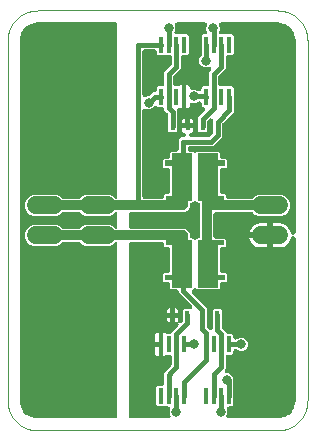
<source format=gtl>
G04 EAGLE Gerber X2 export*
G75*
%MOMM*%
%FSLAX35Y35*%
%LPD*%
%AMOC8*
5,1,8,0,0,1.08239X$1,22.5*%
G01*
%ADD10C,0.000000*%
%ADD11R,0.450000X1.450000*%
%ADD12R,0.400000X0.700000*%
%ADD13R,0.580000X2.500000*%
%ADD14C,1.524000*%
%ADD15C,0.806400*%
%ADD16C,0.812800*%
%ADD17C,0.450000*%
%ADD18C,0.406400*%

G36*
X1016194Y196882D02*
X1016194Y196882D01*
X1016389Y196860D01*
X1017405Y197080D01*
X1018428Y197248D01*
X1018602Y197340D01*
X1018794Y197381D01*
X1019687Y197913D01*
X1020604Y198398D01*
X1020739Y198541D01*
X1020908Y198642D01*
X1021583Y199429D01*
X1022299Y200182D01*
X1022382Y200360D01*
X1022510Y200510D01*
X1022899Y201474D01*
X1023337Y202413D01*
X1023358Y202608D01*
X1023432Y202791D01*
X1023619Y204470D01*
X1023619Y1682750D01*
X1023596Y1682895D01*
X1023609Y1683018D01*
X1023600Y1683059D01*
X1023609Y1683139D01*
X1023389Y1684155D01*
X1023222Y1685178D01*
X1023130Y1685352D01*
X1023088Y1685544D01*
X1022556Y1686437D01*
X1022071Y1687354D01*
X1021929Y1687489D01*
X1021828Y1687658D01*
X1021041Y1688333D01*
X1020288Y1689049D01*
X1020109Y1689132D01*
X1019960Y1689260D01*
X1018996Y1689649D01*
X1018056Y1690087D01*
X1017861Y1690108D01*
X1017678Y1690182D01*
X1016000Y1690369D01*
X1010042Y1690369D01*
X1009147Y1690223D01*
X1008239Y1690153D01*
X1007936Y1690025D01*
X1007613Y1689972D01*
X1006811Y1689548D01*
X1005973Y1689192D01*
X1005648Y1688933D01*
X1005438Y1688821D01*
X1005329Y1688706D01*
X1005317Y1688700D01*
X1005188Y1688565D01*
X1004654Y1688138D01*
X985247Y1668730D01*
X951638Y1654809D01*
X762861Y1654809D01*
X729253Y1668730D01*
X709846Y1688138D01*
X709108Y1688668D01*
X708418Y1689260D01*
X708113Y1689383D01*
X707847Y1689574D01*
X706978Y1689842D01*
X706136Y1690182D01*
X705724Y1690228D01*
X705496Y1690298D01*
X705169Y1690290D01*
X704458Y1690369D01*
X565542Y1690369D01*
X564647Y1690223D01*
X563739Y1690153D01*
X563436Y1690025D01*
X563113Y1689972D01*
X562311Y1689548D01*
X561473Y1689192D01*
X561148Y1688933D01*
X560938Y1688821D01*
X560829Y1688706D01*
X560817Y1688700D01*
X560688Y1688565D01*
X560154Y1688138D01*
X540747Y1668730D01*
X507138Y1654809D01*
X318361Y1654809D01*
X284753Y1668730D01*
X259030Y1694453D01*
X245109Y1728061D01*
X245109Y1764438D01*
X259030Y1798047D01*
X284753Y1823769D01*
X318361Y1837690D01*
X507138Y1837690D01*
X540747Y1823769D01*
X560154Y1804362D01*
X560892Y1803832D01*
X561582Y1803240D01*
X561886Y1803117D01*
X562153Y1802926D01*
X563021Y1802658D01*
X563863Y1802318D01*
X564276Y1802272D01*
X564504Y1802201D01*
X564831Y1802210D01*
X565542Y1802130D01*
X704458Y1802130D01*
X705353Y1802277D01*
X706261Y1802347D01*
X706563Y1802475D01*
X706886Y1802528D01*
X707689Y1802952D01*
X708526Y1803308D01*
X708851Y1803567D01*
X709062Y1803678D01*
X709286Y1803915D01*
X709846Y1804362D01*
X729253Y1823769D01*
X762861Y1837690D01*
X951638Y1837690D01*
X985247Y1823769D01*
X1004654Y1804362D01*
X1005392Y1803832D01*
X1006082Y1803240D01*
X1006386Y1803117D01*
X1006653Y1802926D01*
X1007521Y1802658D01*
X1008363Y1802318D01*
X1008776Y1802272D01*
X1009004Y1802201D01*
X1009331Y1802210D01*
X1010042Y1802130D01*
X1016000Y1802130D01*
X1016194Y1802162D01*
X1016389Y1802140D01*
X1017405Y1802360D01*
X1018428Y1802528D01*
X1018602Y1802620D01*
X1018794Y1802661D01*
X1019687Y1803193D01*
X1020604Y1803678D01*
X1020739Y1803821D01*
X1020908Y1803922D01*
X1021583Y1804709D01*
X1022299Y1805462D01*
X1022382Y1805640D01*
X1022510Y1805790D01*
X1022899Y1806754D01*
X1023337Y1807693D01*
X1023358Y1807888D01*
X1023432Y1808071D01*
X1023619Y1809750D01*
X1023619Y1936750D01*
X1023588Y1936944D01*
X1023609Y1937139D01*
X1023389Y1938155D01*
X1023222Y1939178D01*
X1023130Y1939352D01*
X1023088Y1939544D01*
X1022556Y1940437D01*
X1022071Y1941354D01*
X1021929Y1941489D01*
X1021828Y1941658D01*
X1021041Y1942333D01*
X1020288Y1943049D01*
X1020109Y1943132D01*
X1019960Y1943260D01*
X1018996Y1943649D01*
X1018056Y1944087D01*
X1017861Y1944108D01*
X1017678Y1944182D01*
X1016000Y1944369D01*
X1010042Y1944369D01*
X1009147Y1944223D01*
X1008238Y1944153D01*
X1007936Y1944025D01*
X1007613Y1943972D01*
X1006811Y1943548D01*
X1005973Y1943192D01*
X1005648Y1942933D01*
X1005438Y1942821D01*
X1005213Y1942585D01*
X1004654Y1942138D01*
X985247Y1922730D01*
X951638Y1908809D01*
X762861Y1908809D01*
X729253Y1922730D01*
X709846Y1942138D01*
X709108Y1942668D01*
X708418Y1943260D01*
X708113Y1943383D01*
X707848Y1943574D01*
X706980Y1943841D01*
X706137Y1944182D01*
X705724Y1944228D01*
X705496Y1944298D01*
X705169Y1944290D01*
X704458Y1944369D01*
X565542Y1944369D01*
X564647Y1944223D01*
X563739Y1944153D01*
X563436Y1944025D01*
X563113Y1943972D01*
X562311Y1943548D01*
X561473Y1943192D01*
X561148Y1942933D01*
X560938Y1942821D01*
X560713Y1942585D01*
X560154Y1942138D01*
X540747Y1922730D01*
X507138Y1908809D01*
X318361Y1908809D01*
X284753Y1922730D01*
X259030Y1948453D01*
X245109Y1982061D01*
X245109Y2018438D01*
X259030Y2052047D01*
X284753Y2077769D01*
X318361Y2091690D01*
X507138Y2091690D01*
X540747Y2077769D01*
X560154Y2058362D01*
X560892Y2057832D01*
X561582Y2057240D01*
X561886Y2057117D01*
X562153Y2056926D01*
X563021Y2056658D01*
X563863Y2056318D01*
X564276Y2056272D01*
X564504Y2056201D01*
X564831Y2056210D01*
X565542Y2056130D01*
X704458Y2056130D01*
X705353Y2056277D01*
X706261Y2056347D01*
X706564Y2056475D01*
X706887Y2056528D01*
X707688Y2056952D01*
X708527Y2057308D01*
X708852Y2057567D01*
X709062Y2057678D01*
X709287Y2057915D01*
X709846Y2058362D01*
X729253Y2077769D01*
X762861Y2091690D01*
X951638Y2091690D01*
X985247Y2077769D01*
X1004654Y2058362D01*
X1005392Y2057832D01*
X1006082Y2057240D01*
X1006386Y2057117D01*
X1006652Y2056926D01*
X1007520Y2056658D01*
X1008363Y2056318D01*
X1008776Y2056272D01*
X1009004Y2056201D01*
X1009331Y2056210D01*
X1010042Y2056130D01*
X1016000Y2056130D01*
X1016194Y2056162D01*
X1016389Y2056140D01*
X1017405Y2056360D01*
X1018428Y2056528D01*
X1018602Y2056620D01*
X1018794Y2056661D01*
X1019687Y2057193D01*
X1020604Y2057678D01*
X1020739Y2057821D01*
X1020908Y2057922D01*
X1021583Y2058709D01*
X1022299Y2059462D01*
X1022382Y2059640D01*
X1022510Y2059790D01*
X1022899Y2060754D01*
X1023337Y2061693D01*
X1023358Y2061888D01*
X1023432Y2062071D01*
X1023619Y2063750D01*
X1023619Y3542030D01*
X1023606Y3542113D01*
X1023609Y3542145D01*
X1023589Y3542238D01*
X1023609Y3542419D01*
X1023389Y3543435D01*
X1023222Y3544458D01*
X1023130Y3544632D01*
X1023088Y3544824D01*
X1022556Y3545717D01*
X1022071Y3546634D01*
X1021929Y3546769D01*
X1021828Y3546938D01*
X1021041Y3547613D01*
X1020288Y3548329D01*
X1020109Y3548412D01*
X1019960Y3548540D01*
X1018996Y3548929D01*
X1018056Y3549367D01*
X1017861Y3549388D01*
X1017678Y3549462D01*
X1016000Y3549649D01*
X349250Y3549649D01*
X349063Y3549619D01*
X348752Y3549633D01*
X329854Y3548394D01*
X329609Y3548338D01*
X328381Y3548151D01*
X291873Y3538369D01*
X291734Y3538306D01*
X291583Y3538285D01*
X290035Y3537608D01*
X257304Y3518710D01*
X257186Y3518613D01*
X257045Y3518554D01*
X255726Y3517499D01*
X229000Y3490774D01*
X228911Y3490649D01*
X228791Y3490556D01*
X227790Y3489196D01*
X208892Y3456464D01*
X208838Y3456322D01*
X208746Y3456200D01*
X208131Y3454627D01*
X198349Y3418119D01*
X198324Y3417873D01*
X198105Y3416646D01*
X196867Y3397748D01*
X196885Y3397560D01*
X196850Y3397250D01*
X196850Y349250D01*
X196881Y349063D01*
X196878Y348997D01*
X196861Y348848D01*
X196869Y348811D01*
X196867Y348752D01*
X198105Y329854D01*
X198162Y329609D01*
X198349Y328381D01*
X208131Y291873D01*
X208193Y291734D01*
X208215Y291583D01*
X208892Y290035D01*
X227790Y257304D01*
X227886Y257186D01*
X227946Y257045D01*
X229000Y255726D01*
X255726Y229000D01*
X255850Y228911D01*
X255944Y228791D01*
X257304Y227790D01*
X290035Y208892D01*
X290178Y208838D01*
X290300Y208746D01*
X291873Y208131D01*
X328381Y198349D01*
X328628Y198324D01*
X329854Y198105D01*
X348751Y196867D01*
X348940Y196885D01*
X349250Y196850D01*
X1016000Y196850D01*
X1016194Y196882D01*
G37*
G36*
X2381813Y196907D02*
X2381813Y196907D01*
X2382579Y196894D01*
X2399819Y198024D01*
X2400143Y198078D01*
X2400473Y198077D01*
X2403749Y198673D01*
X2403790Y198684D01*
X2403791Y198684D01*
X2403792Y198684D01*
X2437054Y207597D01*
X2437983Y207948D01*
X2438944Y208204D01*
X2440070Y208736D01*
X2440821Y209019D01*
X2441286Y209311D01*
X2441954Y209627D01*
X2471815Y226867D01*
X2472622Y227446D01*
X2473484Y227942D01*
X2474431Y228746D01*
X2475085Y229216D01*
X2475461Y229619D01*
X2476023Y230096D01*
X2500404Y254477D01*
X2501033Y255245D01*
X2501738Y255948D01*
X2502445Y256969D01*
X2502955Y257592D01*
X2503213Y258079D01*
X2503633Y258685D01*
X2520873Y288545D01*
X2521282Y289450D01*
X2521781Y290312D01*
X2521959Y290809D01*
X2522148Y291173D01*
X2522303Y291709D01*
X2522531Y292215D01*
X2522653Y292748D01*
X2522903Y293446D01*
X2531827Y326751D01*
X2531881Y327077D01*
X2531987Y327388D01*
X2532476Y330681D01*
X2533606Y347921D01*
X2533587Y348488D01*
X2533649Y349250D01*
X2533649Y1720621D01*
X2533608Y1721042D01*
X2533632Y1721464D01*
X2533408Y1723044D01*
X2533250Y1724628D01*
X2533127Y1725031D01*
X2533067Y1725451D01*
X2532536Y1726955D01*
X2532069Y1728478D01*
X2531868Y1728850D01*
X2531727Y1729248D01*
X2530911Y1730616D01*
X2530152Y1732019D01*
X2529881Y1732344D01*
X2529664Y1732707D01*
X2528596Y1733886D01*
X2527574Y1735113D01*
X2527243Y1735378D01*
X2526960Y1735691D01*
X2525681Y1736635D01*
X2524436Y1737637D01*
X2524061Y1737832D01*
X2523721Y1738083D01*
X2522276Y1738759D01*
X2520863Y1739493D01*
X2520457Y1739610D01*
X2520073Y1739789D01*
X2518524Y1740167D01*
X2516993Y1740608D01*
X2516572Y1740643D01*
X2516161Y1740743D01*
X2514567Y1740807D01*
X2512980Y1740938D01*
X2512561Y1740888D01*
X2512138Y1740906D01*
X2510563Y1740655D01*
X2508980Y1740470D01*
X2508578Y1740339D01*
X2508161Y1740272D01*
X2506669Y1739717D01*
X2505152Y1739222D01*
X2504783Y1739014D01*
X2504387Y1738867D01*
X2503034Y1738028D01*
X2501644Y1737244D01*
X2501324Y1736968D01*
X2500965Y1736745D01*
X2499802Y1735654D01*
X2498596Y1734613D01*
X2498337Y1734280D01*
X2498028Y1733990D01*
X2497102Y1732689D01*
X2496126Y1731433D01*
X2495938Y1731055D01*
X2495692Y1730710D01*
X2495042Y1729254D01*
X2494332Y1727828D01*
X2494222Y1727419D01*
X2494049Y1727033D01*
X2493403Y1724383D01*
X2493283Y1723939D01*
X2493278Y1723868D01*
X2493261Y1723799D01*
X2493048Y1722458D01*
X2488107Y1707249D01*
X2480846Y1692999D01*
X2471445Y1680060D01*
X2460139Y1668754D01*
X2447200Y1659353D01*
X2432951Y1652093D01*
X2417741Y1647151D01*
X2401947Y1644649D01*
X2343149Y1644649D01*
X2343149Y1741168D01*
X2343134Y1741323D01*
X2343146Y1741473D01*
X2343144Y1741491D01*
X2343146Y1741518D01*
X2342933Y1743345D01*
X2342750Y1745175D01*
X2342699Y1745342D01*
X2342678Y1745518D01*
X2342423Y1746302D01*
X2342817Y1747669D01*
X2342831Y1747845D01*
X2342877Y1748014D01*
X2343149Y1751332D01*
X2343149Y1847850D01*
X2401947Y1847850D01*
X2417741Y1845349D01*
X2432951Y1840407D01*
X2447200Y1833146D01*
X2460139Y1823745D01*
X2471445Y1812439D01*
X2480846Y1799500D01*
X2488107Y1785251D01*
X2493048Y1770042D01*
X2493261Y1768701D01*
X2493368Y1768292D01*
X2493410Y1767872D01*
X2493877Y1766349D01*
X2494281Y1764806D01*
X2494467Y1764426D01*
X2494591Y1764022D01*
X2495349Y1762623D01*
X2496050Y1761188D01*
X2496308Y1760852D01*
X2496508Y1760481D01*
X2497527Y1759258D01*
X2498498Y1757990D01*
X2498816Y1757712D01*
X2499086Y1757387D01*
X2500328Y1756388D01*
X2501528Y1755338D01*
X2501894Y1755128D01*
X2502224Y1754863D01*
X2503640Y1754128D01*
X2505021Y1753336D01*
X2505422Y1753202D01*
X2505798Y1753007D01*
X2507332Y1752565D01*
X2508841Y1752061D01*
X2509259Y1752009D01*
X2509667Y1751892D01*
X2511257Y1751761D01*
X2512837Y1751565D01*
X2513259Y1751597D01*
X2513680Y1751562D01*
X2515263Y1751748D01*
X2516853Y1751867D01*
X2517259Y1751981D01*
X2517680Y1752030D01*
X2519197Y1752524D01*
X2520730Y1752954D01*
X2521106Y1753147D01*
X2521508Y1753278D01*
X2522898Y1754061D01*
X2524317Y1754785D01*
X2524648Y1755048D01*
X2525016Y1755256D01*
X2526222Y1756296D01*
X2527472Y1757288D01*
X2527745Y1757611D01*
X2528064Y1757887D01*
X2529040Y1759143D01*
X2530071Y1760363D01*
X2530276Y1760734D01*
X2530534Y1761067D01*
X2531243Y1762490D01*
X2532013Y1763890D01*
X2532141Y1764295D01*
X2532328Y1764672D01*
X2532742Y1766205D01*
X2533222Y1767732D01*
X2533267Y1768153D01*
X2533377Y1768560D01*
X2533600Y1771280D01*
X2533649Y1771736D01*
X2533643Y1771806D01*
X2533649Y1771878D01*
X2533649Y3397250D01*
X2533593Y3397813D01*
X2533606Y3398579D01*
X2532476Y3415819D01*
X2532422Y3416143D01*
X2532423Y3416473D01*
X2531827Y3419749D01*
X2522903Y3453054D01*
X2522552Y3453983D01*
X2522296Y3454944D01*
X2521900Y3455783D01*
X2521787Y3456129D01*
X2521650Y3456371D01*
X2521480Y3456821D01*
X2521189Y3457286D01*
X2520873Y3457954D01*
X2503633Y3487815D01*
X2503053Y3488622D01*
X2502558Y3489484D01*
X2501754Y3490431D01*
X2501284Y3491085D01*
X2500880Y3491461D01*
X2500404Y3492023D01*
X2476023Y3516404D01*
X2475255Y3517033D01*
X2474552Y3517738D01*
X2473531Y3518445D01*
X2472908Y3518955D01*
X2472421Y3519213D01*
X2471815Y3519633D01*
X2441954Y3536873D01*
X2441048Y3537283D01*
X2440188Y3537781D01*
X2439018Y3538199D01*
X2438285Y3538531D01*
X2437748Y3538654D01*
X2437054Y3538903D01*
X2403749Y3547827D01*
X2403424Y3547880D01*
X2403112Y3547987D01*
X2399819Y3548476D01*
X2382579Y3549606D01*
X2382012Y3549587D01*
X2381250Y3549649D01*
X1904983Y3549649D01*
X1904852Y3549636D01*
X1904720Y3549648D01*
X1902840Y3549436D01*
X1900976Y3549250D01*
X1900850Y3549212D01*
X1900718Y3549197D01*
X1898918Y3548619D01*
X1897126Y3548069D01*
X1897010Y3548007D01*
X1896884Y3547966D01*
X1895234Y3547045D01*
X1893585Y3546152D01*
X1893483Y3546067D01*
X1893368Y3546003D01*
X1891938Y3544779D01*
X1890491Y3543574D01*
X1890408Y3543471D01*
X1890308Y3543385D01*
X1889147Y3541903D01*
X1887967Y3540436D01*
X1887906Y3540319D01*
X1887825Y3540215D01*
X1886977Y3538530D01*
X1886111Y3536863D01*
X1886074Y3536736D01*
X1886015Y3536618D01*
X1885517Y3534801D01*
X1884996Y3532993D01*
X1884985Y3532861D01*
X1884950Y3532734D01*
X1884821Y3530859D01*
X1884666Y3528980D01*
X1884682Y3528849D01*
X1884673Y3528717D01*
X1884914Y3526860D01*
X1885134Y3524980D01*
X1885175Y3524854D01*
X1885192Y3524724D01*
X1886210Y3521554D01*
X1890560Y3511052D01*
X1890560Y3488948D01*
X1885233Y3476086D01*
X1885194Y3475960D01*
X1885133Y3475842D01*
X1884611Y3474031D01*
X1884068Y3472231D01*
X1884055Y3472100D01*
X1884018Y3471973D01*
X1883864Y3470093D01*
X1883686Y3468222D01*
X1883700Y3468091D01*
X1883689Y3467960D01*
X1883908Y3466080D01*
X1884102Y3464217D01*
X1884141Y3464092D01*
X1884157Y3463960D01*
X1884744Y3462156D01*
X1885300Y3460373D01*
X1885363Y3460258D01*
X1885404Y3460131D01*
X1886332Y3458486D01*
X1887233Y3456840D01*
X1887317Y3456739D01*
X1887382Y3456624D01*
X1888613Y3455197D01*
X1889824Y3453758D01*
X1889927Y3453675D01*
X1890013Y3453575D01*
X1891495Y3452425D01*
X1892972Y3451247D01*
X1893090Y3451186D01*
X1893194Y3451105D01*
X1894868Y3450272D01*
X1896553Y3449406D01*
X1896681Y3449370D01*
X1896799Y3449311D01*
X1898614Y3448822D01*
X1900428Y3448308D01*
X1900559Y3448298D01*
X1900687Y3448263D01*
X1904005Y3447990D01*
X2000063Y3447990D01*
X2008990Y3439063D01*
X2008990Y3281437D01*
X2000063Y3272509D01*
X1964310Y3272509D01*
X1964134Y3272492D01*
X1963960Y3272506D01*
X1962133Y3272293D01*
X1960303Y3272110D01*
X1960135Y3272059D01*
X1959960Y3272038D01*
X1958205Y3271467D01*
X1956453Y3270929D01*
X1956299Y3270846D01*
X1956131Y3270791D01*
X1954524Y3269884D01*
X1952912Y3269012D01*
X1952777Y3268899D01*
X1952624Y3268813D01*
X1951233Y3267613D01*
X1949818Y3266434D01*
X1949708Y3266296D01*
X1949575Y3266182D01*
X1948453Y3264737D01*
X1947294Y3263296D01*
X1947213Y3263139D01*
X1947105Y3263001D01*
X1946289Y3261360D01*
X1945438Y3259723D01*
X1945389Y3259553D01*
X1945311Y3259396D01*
X1944835Y3257628D01*
X1944323Y3255853D01*
X1944309Y3255677D01*
X1944263Y3255508D01*
X1943990Y3252190D01*
X1943990Y3160617D01*
X1884942Y3101568D01*
X1884775Y3101365D01*
X1884575Y3101193D01*
X1883503Y3099811D01*
X1882390Y3098453D01*
X1882266Y3098219D01*
X1882105Y3098012D01*
X1881326Y3096445D01*
X1880504Y3094896D01*
X1880428Y3094642D01*
X1880311Y3094407D01*
X1879856Y3092718D01*
X1879356Y3091036D01*
X1879332Y3090773D01*
X1879263Y3090519D01*
X1878990Y3087201D01*
X1878990Y3028310D01*
X1879008Y3028134D01*
X1878993Y3027960D01*
X1879207Y3026133D01*
X1879389Y3024303D01*
X1879441Y3024135D01*
X1879461Y3023960D01*
X1880033Y3022205D01*
X1880571Y3020453D01*
X1880654Y3020299D01*
X1880709Y3020131D01*
X1881615Y3018524D01*
X1882488Y3016912D01*
X1882600Y3016777D01*
X1882687Y3016624D01*
X1883887Y3015233D01*
X1885066Y3013818D01*
X1885203Y3013708D01*
X1885318Y3013575D01*
X1886763Y3012453D01*
X1888203Y3011294D01*
X1888360Y3011213D01*
X1888498Y3011105D01*
X1890139Y3010289D01*
X1891777Y3009438D01*
X1891947Y3009389D01*
X1892103Y3009311D01*
X1893871Y3008835D01*
X1895647Y3008323D01*
X1895823Y3008309D01*
X1895992Y3008263D01*
X1899310Y3007990D01*
X2000063Y3007990D01*
X2008990Y2999063D01*
X2008990Y2791867D01*
X1917442Y2700318D01*
X1917275Y2700115D01*
X1917075Y2699943D01*
X1916003Y2698561D01*
X1914890Y2697203D01*
X1914766Y2696969D01*
X1914605Y2696762D01*
X1913828Y2695200D01*
X1913004Y2693646D01*
X1912928Y2693392D01*
X1912811Y2693157D01*
X1912356Y2691468D01*
X1911856Y2689786D01*
X1911832Y2689523D01*
X1911763Y2689269D01*
X1911490Y2685951D01*
X1911490Y2578117D01*
X1863692Y2530319D01*
X1863689Y2530316D01*
X1835633Y2502259D01*
X1640810Y2502259D01*
X1640634Y2502242D01*
X1640460Y2502256D01*
X1638633Y2502043D01*
X1636803Y2501860D01*
X1636635Y2501809D01*
X1636460Y2501788D01*
X1634705Y2501217D01*
X1632953Y2500679D01*
X1632799Y2500596D01*
X1632631Y2500541D01*
X1631024Y2499634D01*
X1629412Y2498762D01*
X1629277Y2498649D01*
X1629124Y2498563D01*
X1627733Y2497363D01*
X1626318Y2496184D01*
X1626208Y2496046D01*
X1626075Y2495932D01*
X1624953Y2494487D01*
X1623794Y2493046D01*
X1623713Y2492889D01*
X1623605Y2492751D01*
X1622789Y2491110D01*
X1621938Y2489473D01*
X1621889Y2489303D01*
X1621811Y2489146D01*
X1621335Y2487378D01*
X1620823Y2485603D01*
X1620809Y2485427D01*
X1620763Y2485258D01*
X1620490Y2481940D01*
X1620490Y2476810D01*
X1620508Y2476634D01*
X1620493Y2476460D01*
X1620707Y2474633D01*
X1620889Y2472803D01*
X1620941Y2472635D01*
X1620961Y2472460D01*
X1621533Y2470705D01*
X1622071Y2468953D01*
X1622154Y2468799D01*
X1622209Y2468631D01*
X1623115Y2467024D01*
X1623988Y2465412D01*
X1624100Y2465277D01*
X1624187Y2465124D01*
X1625387Y2463733D01*
X1626566Y2462318D01*
X1626703Y2462208D01*
X1626818Y2462075D01*
X1628263Y2460953D01*
X1629703Y2459794D01*
X1629860Y2459713D01*
X1629998Y2459605D01*
X1631639Y2458789D01*
X1633277Y2457938D01*
X1633447Y2457889D01*
X1633603Y2457811D01*
X1635371Y2457335D01*
X1637147Y2456823D01*
X1637323Y2456809D01*
X1637492Y2456763D01*
X1640810Y2456490D01*
X1664063Y2456490D01*
X1668382Y2452171D01*
X1668517Y2452061D01*
X1668632Y2451925D01*
X1670078Y2450783D01*
X1671498Y2449620D01*
X1671654Y2449537D01*
X1671791Y2449428D01*
X1673424Y2448598D01*
X1675055Y2447733D01*
X1675223Y2447683D01*
X1675381Y2447603D01*
X1677153Y2447109D01*
X1678915Y2446585D01*
X1679090Y2446569D01*
X1679259Y2446522D01*
X1681086Y2446388D01*
X1682925Y2446220D01*
X1683101Y2446239D01*
X1683275Y2446227D01*
X1685096Y2446456D01*
X1686928Y2446654D01*
X1687096Y2446707D01*
X1687271Y2446729D01*
X1689020Y2447316D01*
X1690768Y2447868D01*
X1690921Y2447953D01*
X1691089Y2448009D01*
X1692689Y2448930D01*
X1694292Y2449816D01*
X1694426Y2449930D01*
X1694579Y2450018D01*
X1697118Y2452171D01*
X1701437Y2456490D01*
X1884063Y2456490D01*
X1892990Y2447563D01*
X1892990Y2416810D01*
X1893008Y2416634D01*
X1892993Y2416460D01*
X1893207Y2414633D01*
X1893389Y2412803D01*
X1893441Y2412635D01*
X1893461Y2412460D01*
X1894033Y2410705D01*
X1894571Y2408953D01*
X1894654Y2408799D01*
X1894709Y2408631D01*
X1895615Y2407024D01*
X1896488Y2405412D01*
X1896600Y2405277D01*
X1896687Y2405124D01*
X1897887Y2403733D01*
X1899066Y2402318D01*
X1899203Y2402208D01*
X1899318Y2402075D01*
X1900763Y2400953D01*
X1902203Y2399794D01*
X1902360Y2399713D01*
X1902498Y2399605D01*
X1904139Y2398789D01*
X1905777Y2397938D01*
X1905947Y2397889D01*
X1906103Y2397811D01*
X1907871Y2397335D01*
X1909647Y2396823D01*
X1909823Y2396809D01*
X1909992Y2396763D01*
X1913310Y2396490D01*
X1944063Y2396490D01*
X1952990Y2387563D01*
X1952990Y2324937D01*
X1944063Y2316009D01*
X1913310Y2316009D01*
X1913134Y2315992D01*
X1912960Y2316006D01*
X1911133Y2315793D01*
X1909303Y2315610D01*
X1909135Y2315559D01*
X1908960Y2315538D01*
X1907205Y2314967D01*
X1905453Y2314429D01*
X1905299Y2314346D01*
X1905131Y2314291D01*
X1903524Y2313384D01*
X1901912Y2312512D01*
X1901777Y2312399D01*
X1901624Y2312313D01*
X1900233Y2311113D01*
X1898818Y2309934D01*
X1898708Y2309796D01*
X1898575Y2309682D01*
X1897453Y2308237D01*
X1896294Y2306796D01*
X1896213Y2306639D01*
X1896105Y2306501D01*
X1895289Y2304860D01*
X1894438Y2303223D01*
X1894389Y2303053D01*
X1894311Y2302896D01*
X1893835Y2301128D01*
X1893323Y2299353D01*
X1893309Y2299177D01*
X1893263Y2299008D01*
X1892990Y2295690D01*
X1892990Y2116810D01*
X1893008Y2116634D01*
X1892993Y2116460D01*
X1893207Y2114633D01*
X1893389Y2112803D01*
X1893441Y2112635D01*
X1893461Y2112460D01*
X1894033Y2110705D01*
X1894571Y2108953D01*
X1894654Y2108799D01*
X1894709Y2108631D01*
X1895615Y2107024D01*
X1896488Y2105412D01*
X1896600Y2105277D01*
X1896687Y2105124D01*
X1897887Y2103733D01*
X1899066Y2102318D01*
X1899203Y2102208D01*
X1899318Y2102075D01*
X1900763Y2100953D01*
X1902203Y2099794D01*
X1902360Y2099713D01*
X1902498Y2099605D01*
X1904139Y2098789D01*
X1905777Y2097938D01*
X1905947Y2097889D01*
X1906103Y2097811D01*
X1907871Y2097335D01*
X1909647Y2096823D01*
X1909823Y2096809D01*
X1909992Y2096763D01*
X1913310Y2096490D01*
X1934063Y2096490D01*
X1942990Y2087563D01*
X1942990Y2076450D01*
X1943008Y2076274D01*
X1942993Y2076100D01*
X1943207Y2074273D01*
X1943389Y2072443D01*
X1943441Y2072275D01*
X1943461Y2072100D01*
X1944033Y2070345D01*
X1944571Y2068593D01*
X1944654Y2068439D01*
X1944709Y2068271D01*
X1945615Y2066664D01*
X1946488Y2065052D01*
X1946600Y2064917D01*
X1946687Y2064764D01*
X1947887Y2063373D01*
X1949066Y2061958D01*
X1949203Y2061848D01*
X1949318Y2061715D01*
X1950763Y2060593D01*
X1952203Y2059434D01*
X1952360Y2059353D01*
X1952498Y2059245D01*
X1954139Y2058429D01*
X1955777Y2057578D01*
X1955947Y2057529D01*
X1956103Y2057451D01*
X1957871Y2056975D01*
X1959647Y2056463D01*
X1959823Y2056449D01*
X1959992Y2056403D01*
X1963310Y2056130D01*
X2159698Y2056130D01*
X2159960Y2056157D01*
X2160223Y2056137D01*
X2161959Y2056356D01*
X2163704Y2056529D01*
X2163957Y2056607D01*
X2164218Y2056640D01*
X2165878Y2057196D01*
X2167554Y2057711D01*
X2167786Y2057836D01*
X2168036Y2057920D01*
X2169554Y2058793D01*
X2171095Y2059628D01*
X2171298Y2059797D01*
X2171526Y2059928D01*
X2174066Y2062082D01*
X2189753Y2077769D01*
X2223362Y2091690D01*
X2412138Y2091690D01*
X2445748Y2077769D01*
X2471469Y2052048D01*
X2485390Y2018438D01*
X2485390Y1982062D01*
X2471469Y1948452D01*
X2445748Y1922731D01*
X2412138Y1908809D01*
X2223362Y1908809D01*
X2189753Y1922731D01*
X2174066Y1938418D01*
X2173885Y1938566D01*
X2173742Y1938732D01*
X2173721Y1938748D01*
X2173689Y1938784D01*
X2172307Y1939858D01*
X2170950Y1940969D01*
X2170717Y1941093D01*
X2170509Y1941254D01*
X2168942Y1942034D01*
X2167393Y1942856D01*
X2167139Y1942931D01*
X2166904Y1943048D01*
X2165215Y1943504D01*
X2163533Y1944004D01*
X2163270Y1944028D01*
X2163016Y1944097D01*
X2159698Y1944369D01*
X1858950Y1944369D01*
X1858774Y1944352D01*
X1858600Y1944366D01*
X1856773Y1944153D01*
X1854943Y1943970D01*
X1854775Y1943919D01*
X1854600Y1943898D01*
X1852845Y1943327D01*
X1851093Y1942789D01*
X1850939Y1942706D01*
X1850771Y1942651D01*
X1849164Y1941744D01*
X1847552Y1940872D01*
X1847417Y1940759D01*
X1847264Y1940673D01*
X1845873Y1939473D01*
X1844458Y1938294D01*
X1844348Y1938156D01*
X1844215Y1938042D01*
X1843093Y1936597D01*
X1841934Y1935156D01*
X1841853Y1934999D01*
X1841745Y1934861D01*
X1840929Y1933220D01*
X1840078Y1931583D01*
X1840029Y1931413D01*
X1839951Y1931256D01*
X1839475Y1929488D01*
X1838963Y1927713D01*
X1838949Y1927537D01*
X1838903Y1927368D01*
X1838630Y1924050D01*
X1838630Y1740810D01*
X1838634Y1740776D01*
X1838633Y1740773D01*
X1838637Y1740741D01*
X1838648Y1740634D01*
X1838633Y1740460D01*
X1838847Y1738633D01*
X1839029Y1736803D01*
X1839081Y1736635D01*
X1839101Y1736460D01*
X1839673Y1734705D01*
X1840211Y1732953D01*
X1840294Y1732799D01*
X1840349Y1732631D01*
X1841255Y1731024D01*
X1842128Y1729412D01*
X1842240Y1729277D01*
X1842327Y1729124D01*
X1843527Y1727733D01*
X1844706Y1726318D01*
X1844843Y1726208D01*
X1844958Y1726075D01*
X1846403Y1724953D01*
X1847843Y1723794D01*
X1848000Y1723713D01*
X1848138Y1723605D01*
X1849779Y1722789D01*
X1851417Y1721938D01*
X1851587Y1721889D01*
X1851743Y1721811D01*
X1853511Y1721335D01*
X1855287Y1720823D01*
X1855463Y1720809D01*
X1855632Y1720763D01*
X1858950Y1720490D01*
X1934063Y1720490D01*
X1942990Y1711563D01*
X1942990Y1658937D01*
X1934063Y1650009D01*
X1913310Y1650009D01*
X1913134Y1649992D01*
X1912960Y1650006D01*
X1911133Y1649793D01*
X1909303Y1649610D01*
X1909135Y1649559D01*
X1908960Y1649538D01*
X1907205Y1648967D01*
X1905453Y1648429D01*
X1905299Y1648346D01*
X1905131Y1648291D01*
X1903524Y1647384D01*
X1901912Y1646512D01*
X1901777Y1646399D01*
X1901624Y1646313D01*
X1900233Y1645113D01*
X1898818Y1643934D01*
X1898708Y1643796D01*
X1898575Y1643682D01*
X1897453Y1642237D01*
X1896294Y1640796D01*
X1896213Y1640639D01*
X1896105Y1640501D01*
X1895289Y1638860D01*
X1894438Y1637223D01*
X1894389Y1637053D01*
X1894311Y1636896D01*
X1893835Y1635128D01*
X1893323Y1633353D01*
X1893309Y1633177D01*
X1893263Y1633008D01*
X1892990Y1629690D01*
X1892990Y1450810D01*
X1893008Y1450634D01*
X1892993Y1450460D01*
X1893207Y1448633D01*
X1893389Y1446803D01*
X1893441Y1446635D01*
X1893461Y1446460D01*
X1894033Y1444705D01*
X1894571Y1442953D01*
X1894654Y1442799D01*
X1894709Y1442631D01*
X1895615Y1441024D01*
X1896488Y1439412D01*
X1896600Y1439277D01*
X1896687Y1439124D01*
X1897887Y1437733D01*
X1899066Y1436318D01*
X1899203Y1436208D01*
X1899318Y1436075D01*
X1900763Y1434953D01*
X1902203Y1433794D01*
X1902360Y1433713D01*
X1902498Y1433605D01*
X1904139Y1432789D01*
X1905777Y1431938D01*
X1905947Y1431889D01*
X1906103Y1431811D01*
X1907871Y1431335D01*
X1909647Y1430823D01*
X1909823Y1430809D01*
X1909992Y1430763D01*
X1913310Y1430490D01*
X1944063Y1430490D01*
X1952990Y1421563D01*
X1952990Y1358937D01*
X1944063Y1350009D01*
X1913310Y1350009D01*
X1913134Y1349992D01*
X1912960Y1350006D01*
X1911133Y1349793D01*
X1909303Y1349610D01*
X1909135Y1349559D01*
X1908960Y1349538D01*
X1907205Y1348967D01*
X1905453Y1348429D01*
X1905299Y1348346D01*
X1905131Y1348291D01*
X1903524Y1347384D01*
X1901912Y1346512D01*
X1901777Y1346399D01*
X1901624Y1346313D01*
X1900233Y1345113D01*
X1898818Y1343934D01*
X1898708Y1343796D01*
X1898575Y1343682D01*
X1897453Y1342237D01*
X1896294Y1340796D01*
X1896213Y1340639D01*
X1896105Y1340501D01*
X1895289Y1338860D01*
X1894438Y1337223D01*
X1894389Y1337053D01*
X1894311Y1336896D01*
X1893835Y1335128D01*
X1893323Y1333353D01*
X1893309Y1333177D01*
X1893263Y1333008D01*
X1892990Y1329690D01*
X1892990Y1298937D01*
X1884063Y1290009D01*
X1701437Y1290009D01*
X1697118Y1294328D01*
X1696982Y1294439D01*
X1696868Y1294574D01*
X1695424Y1295716D01*
X1694002Y1296880D01*
X1693847Y1296963D01*
X1693709Y1297071D01*
X1692075Y1297902D01*
X1690445Y1298767D01*
X1690275Y1298817D01*
X1690119Y1298896D01*
X1688352Y1299389D01*
X1686585Y1299915D01*
X1686410Y1299931D01*
X1686241Y1299978D01*
X1684413Y1300112D01*
X1682575Y1300279D01*
X1682399Y1300260D01*
X1682225Y1300273D01*
X1680407Y1300044D01*
X1678571Y1299846D01*
X1678403Y1299793D01*
X1678229Y1299771D01*
X1676485Y1299186D01*
X1674732Y1298631D01*
X1674578Y1298546D01*
X1674411Y1298490D01*
X1672812Y1297570D01*
X1671208Y1296683D01*
X1671074Y1296570D01*
X1670921Y1296482D01*
X1668382Y1294328D01*
X1659456Y1285403D01*
X1659345Y1285267D01*
X1659210Y1285153D01*
X1658072Y1283713D01*
X1656904Y1282287D01*
X1656821Y1282131D01*
X1656713Y1281994D01*
X1655881Y1280357D01*
X1655018Y1278730D01*
X1654968Y1278562D01*
X1654888Y1278404D01*
X1654393Y1276628D01*
X1653870Y1274870D01*
X1653854Y1274695D01*
X1653807Y1274526D01*
X1653672Y1272698D01*
X1653505Y1270860D01*
X1653524Y1270684D01*
X1653511Y1270509D01*
X1653740Y1268690D01*
X1653939Y1266856D01*
X1653992Y1266688D01*
X1654014Y1266514D01*
X1654598Y1264770D01*
X1655153Y1263017D01*
X1655238Y1262863D01*
X1655294Y1262696D01*
X1656214Y1261097D01*
X1657101Y1259493D01*
X1657214Y1259359D01*
X1657302Y1259206D01*
X1659456Y1256667D01*
X1783490Y1132633D01*
X1783490Y977049D01*
X1783517Y976786D01*
X1783497Y976524D01*
X1783715Y974788D01*
X1783889Y973042D01*
X1783967Y972789D01*
X1784000Y972528D01*
X1784556Y970868D01*
X1785071Y969192D01*
X1785196Y968960D01*
X1785280Y968710D01*
X1786156Y967188D01*
X1786988Y965651D01*
X1787156Y965449D01*
X1787288Y965220D01*
X1789442Y962681D01*
X1800322Y951801D01*
X1800389Y951746D01*
X1800446Y951677D01*
X1801956Y950463D01*
X1803438Y949249D01*
X1803516Y949208D01*
X1803584Y949153D01*
X1805287Y948268D01*
X1806995Y947363D01*
X1807080Y947337D01*
X1807158Y947297D01*
X1809015Y946762D01*
X1810855Y946214D01*
X1810942Y946207D01*
X1811027Y946182D01*
X1812944Y946024D01*
X1814865Y945850D01*
X1814953Y945859D01*
X1815040Y945852D01*
X1816950Y946076D01*
X1818868Y946283D01*
X1818951Y946310D01*
X1819040Y946320D01*
X1820887Y946922D01*
X1822708Y947498D01*
X1822784Y947540D01*
X1822868Y947568D01*
X1824557Y948520D01*
X1826232Y949446D01*
X1826299Y949502D01*
X1826376Y949546D01*
X1827841Y950810D01*
X1829303Y952050D01*
X1829358Y952119D01*
X1829424Y952177D01*
X1830598Y953688D01*
X1831801Y955209D01*
X1831841Y955288D01*
X1831894Y955357D01*
X1832743Y957062D01*
X1833626Y958799D01*
X1833649Y958883D01*
X1833688Y958962D01*
X1834186Y960808D01*
X1834707Y962678D01*
X1834714Y962765D01*
X1834737Y962850D01*
X1835009Y966168D01*
X1835009Y1087224D01*
X1835172Y1087550D01*
X1835996Y1089104D01*
X1836071Y1089358D01*
X1836188Y1089593D01*
X1836644Y1091282D01*
X1837144Y1092964D01*
X1837168Y1093226D01*
X1837237Y1093481D01*
X1837509Y1096799D01*
X1837509Y1111563D01*
X1846437Y1120490D01*
X1899063Y1120490D01*
X1907990Y1111563D01*
X1907990Y1096799D01*
X1908017Y1096536D01*
X1907997Y1096274D01*
X1908215Y1094539D01*
X1908389Y1092792D01*
X1908467Y1092540D01*
X1908500Y1092278D01*
X1909056Y1090618D01*
X1909571Y1088943D01*
X1909696Y1088711D01*
X1909780Y1088461D01*
X1910490Y1087226D01*
X1910490Y969820D01*
X1910517Y969558D01*
X1910497Y969295D01*
X1910715Y967560D01*
X1910889Y965813D01*
X1910967Y965561D01*
X1911000Y965300D01*
X1911556Y963640D01*
X1912071Y961964D01*
X1912196Y961732D01*
X1912280Y961482D01*
X1913156Y959960D01*
X1913988Y958423D01*
X1914156Y958221D01*
X1914288Y957992D01*
X1916442Y955453D01*
X1944185Y927709D01*
X1944571Y926453D01*
X1944654Y926299D01*
X1944709Y926131D01*
X1945615Y924524D01*
X1946488Y922912D01*
X1946600Y922777D01*
X1946687Y922624D01*
X1947887Y921233D01*
X1949066Y919818D01*
X1949203Y919708D01*
X1949318Y919575D01*
X1950763Y918453D01*
X1952203Y917294D01*
X1952360Y917213D01*
X1952498Y917105D01*
X1954139Y916289D01*
X1955777Y915438D01*
X1955947Y915389D01*
X1956103Y915311D01*
X1957871Y914835D01*
X1959647Y914323D01*
X1959823Y914309D01*
X1959992Y914263D01*
X1963310Y913990D01*
X1999063Y913990D01*
X2007990Y905063D01*
X2007990Y885620D01*
X2007999Y885533D01*
X2007991Y885444D01*
X2008200Y883513D01*
X2008389Y881613D01*
X2008415Y881529D01*
X2008425Y881441D01*
X2009009Y879593D01*
X2009571Y877763D01*
X2009613Y877686D01*
X2009639Y877601D01*
X2010574Y875911D01*
X2011488Y874222D01*
X2011545Y874154D01*
X2011588Y874077D01*
X2012827Y872615D01*
X2014066Y871129D01*
X2014136Y871073D01*
X2014192Y871006D01*
X2015688Y869824D01*
X2017203Y868604D01*
X2017283Y868563D01*
X2017351Y868509D01*
X2019056Y867642D01*
X2020777Y866748D01*
X2020862Y866724D01*
X2020941Y866684D01*
X2022791Y866168D01*
X2024647Y865633D01*
X2024735Y865626D01*
X2024820Y865603D01*
X2026742Y865461D01*
X2028660Y865304D01*
X2028747Y865314D01*
X2028836Y865308D01*
X2030746Y865548D01*
X2032659Y865772D01*
X2032744Y865799D01*
X2032831Y865810D01*
X2034648Y866419D01*
X2036488Y867019D01*
X2036566Y867063D01*
X2036649Y867091D01*
X2038309Y868046D01*
X2039996Y868997D01*
X2040063Y869055D01*
X2040139Y869099D01*
X2042678Y871253D01*
X2043527Y872102D01*
X2063948Y880560D01*
X2086051Y880560D01*
X2106473Y872101D01*
X2122101Y856473D01*
X2130560Y836051D01*
X2130560Y813948D01*
X2122101Y793526D01*
X2106473Y777898D01*
X2086051Y769439D01*
X2063948Y769439D01*
X2043527Y777898D01*
X2042678Y778747D01*
X2042610Y778803D01*
X2042553Y778871D01*
X2041046Y780083D01*
X2039563Y781298D01*
X2039485Y781340D01*
X2039416Y781395D01*
X2037702Y782286D01*
X2036005Y783185D01*
X2035921Y783211D01*
X2035842Y783251D01*
X2033994Y783784D01*
X2032146Y784334D01*
X2032058Y784342D01*
X2031973Y784366D01*
X2030065Y784523D01*
X2028136Y784698D01*
X2028047Y784689D01*
X2027960Y784696D01*
X2026059Y784474D01*
X2024132Y784265D01*
X2024048Y784238D01*
X2023960Y784228D01*
X2022125Y783630D01*
X2020293Y783051D01*
X2020216Y783008D01*
X2020131Y782981D01*
X2018454Y782035D01*
X2016768Y781103D01*
X2016701Y781046D01*
X2016624Y781003D01*
X2015165Y779744D01*
X2013697Y778498D01*
X2013642Y778429D01*
X2013575Y778372D01*
X2012395Y776851D01*
X2011200Y775340D01*
X2011160Y775261D01*
X2011105Y775191D01*
X2010248Y773468D01*
X2009374Y771750D01*
X2009351Y771665D01*
X2009311Y771586D01*
X2008812Y769734D01*
X2008293Y767871D01*
X2008286Y767783D01*
X2008263Y767698D01*
X2007990Y764380D01*
X2007990Y747437D01*
X1999063Y738509D01*
X1963310Y738509D01*
X1963134Y738492D01*
X1962960Y738506D01*
X1961133Y738293D01*
X1959303Y738110D01*
X1959135Y738059D01*
X1958960Y738038D01*
X1957205Y737467D01*
X1955453Y736929D01*
X1955299Y736846D01*
X1955131Y736791D01*
X1953524Y735884D01*
X1951912Y735012D01*
X1951777Y734899D01*
X1951624Y734813D01*
X1950233Y733613D01*
X1948818Y732434D01*
X1948708Y732296D01*
X1948575Y732182D01*
X1947453Y730737D01*
X1946294Y729296D01*
X1946213Y729139D01*
X1946105Y729001D01*
X1945289Y727360D01*
X1944438Y725723D01*
X1944389Y725553D01*
X1944311Y725396D01*
X1943835Y723628D01*
X1943323Y721853D01*
X1943309Y721677D01*
X1943263Y721508D01*
X1942990Y718190D01*
X1942990Y619618D01*
X1938621Y615248D01*
X1938565Y615180D01*
X1938497Y615123D01*
X1937284Y613615D01*
X1936069Y612133D01*
X1936028Y612055D01*
X1935973Y611986D01*
X1935089Y610285D01*
X1934183Y608575D01*
X1934157Y608490D01*
X1934117Y608412D01*
X1933584Y606564D01*
X1933034Y604715D01*
X1933027Y604628D01*
X1933002Y604543D01*
X1932845Y602629D01*
X1932670Y600705D01*
X1932679Y600616D01*
X1932672Y600530D01*
X1932894Y598634D01*
X1933103Y596702D01*
X1933130Y596617D01*
X1933140Y596530D01*
X1933740Y594688D01*
X1934318Y592862D01*
X1934360Y592786D01*
X1934388Y592701D01*
X1935340Y591012D01*
X1936265Y589338D01*
X1936322Y589271D01*
X1936366Y589194D01*
X1937627Y587732D01*
X1938870Y586267D01*
X1938939Y586212D01*
X1938997Y586145D01*
X1940536Y584950D01*
X1942029Y583769D01*
X1942107Y583730D01*
X1942177Y583675D01*
X1943900Y582818D01*
X1945618Y581944D01*
X1945704Y581920D01*
X1945782Y581881D01*
X1947632Y581383D01*
X1949497Y580863D01*
X1949585Y580856D01*
X1949670Y580833D01*
X1952988Y580560D01*
X1961051Y580560D01*
X1981473Y572101D01*
X1997101Y556473D01*
X2005560Y536051D01*
X2005560Y531229D01*
X2005587Y530966D01*
X2005567Y530704D01*
X2005785Y528969D01*
X2005959Y527222D01*
X2006037Y526970D01*
X2006070Y526708D01*
X2006626Y525048D01*
X2007141Y523373D01*
X2007266Y523141D01*
X2007350Y522891D01*
X2007990Y521778D01*
X2007990Y307437D01*
X1999063Y298509D01*
X1970455Y298509D01*
X1970324Y298496D01*
X1970192Y298508D01*
X1968313Y298296D01*
X1966448Y298110D01*
X1966322Y298072D01*
X1966190Y298057D01*
X1964401Y297482D01*
X1962598Y296929D01*
X1962481Y296866D01*
X1962356Y296826D01*
X1960716Y295910D01*
X1959057Y295012D01*
X1958956Y294927D01*
X1958840Y294863D01*
X1957410Y293639D01*
X1955963Y292434D01*
X1955881Y292331D01*
X1955780Y292245D01*
X1954619Y290763D01*
X1953439Y289296D01*
X1953378Y289179D01*
X1953297Y289075D01*
X1952449Y287390D01*
X1951583Y285723D01*
X1951547Y285596D01*
X1951487Y285478D01*
X1950989Y283661D01*
X1950468Y281853D01*
X1950457Y281721D01*
X1950423Y281594D01*
X1950293Y279719D01*
X1950138Y277840D01*
X1950154Y277709D01*
X1950145Y277577D01*
X1950387Y275718D01*
X1950606Y273840D01*
X1950648Y273714D01*
X1950664Y273584D01*
X1951682Y270414D01*
X1955560Y261052D01*
X1955560Y238948D01*
X1949760Y224946D01*
X1949722Y224820D01*
X1949661Y224702D01*
X1949139Y222891D01*
X1948595Y221091D01*
X1948583Y220960D01*
X1948546Y220833D01*
X1948392Y218953D01*
X1948214Y217082D01*
X1948228Y216951D01*
X1948217Y216820D01*
X1948436Y214943D01*
X1948630Y213077D01*
X1948669Y212952D01*
X1948684Y212820D01*
X1949271Y211019D01*
X1949828Y209233D01*
X1949891Y209118D01*
X1949932Y208991D01*
X1950860Y207346D01*
X1951760Y205700D01*
X1951845Y205599D01*
X1951910Y205484D01*
X1953136Y204063D01*
X1954352Y202617D01*
X1954456Y202534D01*
X1954541Y202435D01*
X1956022Y201285D01*
X1957500Y200107D01*
X1957617Y200046D01*
X1957722Y199965D01*
X1959401Y199130D01*
X1961081Y198266D01*
X1961209Y198230D01*
X1961327Y198171D01*
X1963142Y197682D01*
X1964956Y197168D01*
X1965087Y197158D01*
X1965215Y197123D01*
X1968533Y196850D01*
X2381250Y196850D01*
X2381813Y196907D01*
G37*
G36*
X1456598Y196863D02*
X1456598Y196863D01*
X1456730Y196852D01*
X1458609Y197064D01*
X1460474Y197249D01*
X1460599Y197288D01*
X1460731Y197303D01*
X1462531Y197881D01*
X1464323Y198431D01*
X1464439Y198493D01*
X1464565Y198534D01*
X1466215Y199455D01*
X1467865Y200348D01*
X1467966Y200433D01*
X1468081Y200497D01*
X1469506Y201716D01*
X1470958Y202926D01*
X1471042Y203030D01*
X1471141Y203115D01*
X1472297Y204589D01*
X1473483Y206063D01*
X1473543Y206181D01*
X1473625Y206284D01*
X1474475Y207974D01*
X1475338Y209637D01*
X1475375Y209763D01*
X1475434Y209882D01*
X1475933Y211702D01*
X1476453Y213507D01*
X1476464Y213638D01*
X1476499Y213765D01*
X1476629Y215640D01*
X1476783Y217520D01*
X1476768Y217651D01*
X1476777Y217783D01*
X1476535Y219640D01*
X1476315Y221519D01*
X1476274Y221646D01*
X1476257Y221776D01*
X1475239Y224946D01*
X1469439Y238948D01*
X1469439Y261052D01*
X1473318Y270414D01*
X1473347Y270510D01*
X1473391Y270595D01*
X1473399Y270624D01*
X1473417Y270658D01*
X1473937Y272463D01*
X1474483Y274268D01*
X1474495Y274400D01*
X1474532Y274527D01*
X1474686Y276404D01*
X1474864Y278277D01*
X1474850Y278408D01*
X1474861Y278540D01*
X1474643Y280407D01*
X1474448Y282283D01*
X1474409Y282409D01*
X1474393Y282540D01*
X1473809Y284333D01*
X1473250Y286127D01*
X1473187Y286242D01*
X1473146Y286368D01*
X1472218Y288014D01*
X1471318Y289660D01*
X1471233Y289761D01*
X1471168Y289876D01*
X1469937Y291303D01*
X1468726Y292742D01*
X1468623Y292824D01*
X1468537Y292924D01*
X1467055Y294075D01*
X1465578Y295253D01*
X1465460Y295314D01*
X1465356Y295394D01*
X1463682Y296228D01*
X1461997Y297094D01*
X1461869Y297130D01*
X1461751Y297188D01*
X1459940Y297677D01*
X1458123Y298192D01*
X1457991Y298202D01*
X1457863Y298237D01*
X1454545Y298509D01*
X1365437Y298509D01*
X1356509Y307437D01*
X1356509Y465063D01*
X1365437Y473990D01*
X1401190Y473990D01*
X1401365Y474008D01*
X1401540Y473993D01*
X1403367Y474207D01*
X1405197Y474389D01*
X1405364Y474441D01*
X1405540Y474461D01*
X1407295Y475033D01*
X1409047Y475571D01*
X1409201Y475654D01*
X1409368Y475709D01*
X1410976Y476615D01*
X1412588Y477488D01*
X1412723Y477600D01*
X1412876Y477687D01*
X1414267Y478887D01*
X1415681Y480066D01*
X1415792Y480203D01*
X1415924Y480318D01*
X1417047Y481763D01*
X1418206Y483203D01*
X1418287Y483360D01*
X1418394Y483498D01*
X1419211Y485139D01*
X1420062Y486777D01*
X1420110Y486947D01*
X1420188Y487103D01*
X1420665Y488871D01*
X1421177Y490647D01*
X1421191Y490823D01*
X1421237Y490992D01*
X1421509Y494310D01*
X1421509Y584883D01*
X1480558Y643931D01*
X1480724Y644134D01*
X1480924Y644307D01*
X1481997Y645688D01*
X1483109Y647047D01*
X1483233Y647281D01*
X1483394Y647488D01*
X1484172Y649050D01*
X1484996Y650604D01*
X1485071Y650858D01*
X1485188Y651093D01*
X1485644Y652782D01*
X1486144Y654464D01*
X1486168Y654726D01*
X1486237Y654981D01*
X1486509Y658299D01*
X1486509Y718190D01*
X1486492Y718365D01*
X1486506Y718540D01*
X1486293Y720367D01*
X1486110Y722197D01*
X1486059Y722364D01*
X1486038Y722540D01*
X1485467Y724295D01*
X1484929Y726047D01*
X1484846Y726201D01*
X1484791Y726368D01*
X1483884Y727976D01*
X1483012Y729588D01*
X1482899Y729723D01*
X1482813Y729876D01*
X1481613Y731267D01*
X1480434Y732681D01*
X1480296Y732792D01*
X1480182Y732924D01*
X1478737Y734047D01*
X1477296Y735206D01*
X1477139Y735287D01*
X1477001Y735394D01*
X1475360Y736211D01*
X1473723Y737062D01*
X1473553Y737110D01*
X1473396Y737188D01*
X1471628Y737665D01*
X1469853Y738177D01*
X1469677Y738191D01*
X1469508Y738237D01*
X1466190Y738509D01*
X1445848Y738509D01*
X1445585Y738483D01*
X1445323Y738503D01*
X1443588Y738284D01*
X1441841Y738110D01*
X1441588Y738033D01*
X1441327Y738000D01*
X1439667Y737443D01*
X1437991Y736929D01*
X1437759Y736803D01*
X1437509Y736720D01*
X1435987Y735844D01*
X1434450Y735012D01*
X1434248Y734843D01*
X1434019Y734712D01*
X1432833Y733705D01*
X1426554Y730080D01*
X1420093Y728349D01*
X1414571Y728349D01*
X1414571Y826247D01*
X1414570Y826249D01*
X1414571Y826253D01*
X1414571Y924150D01*
X1420094Y924150D01*
X1426554Y922419D01*
X1432945Y918730D01*
X1433237Y918503D01*
X1434595Y917390D01*
X1434829Y917266D01*
X1435037Y917105D01*
X1436599Y916328D01*
X1438153Y915504D01*
X1438406Y915428D01*
X1438642Y915311D01*
X1440331Y914856D01*
X1442013Y914356D01*
X1442275Y914332D01*
X1442530Y914263D01*
X1445848Y913990D01*
X1466828Y913990D01*
X1467091Y914017D01*
X1467353Y913997D01*
X1469093Y914216D01*
X1470835Y914389D01*
X1471086Y914466D01*
X1471348Y914499D01*
X1473013Y915058D01*
X1474685Y915571D01*
X1474917Y915696D01*
X1475167Y915780D01*
X1476689Y916656D01*
X1478226Y917488D01*
X1478428Y917656D01*
X1478657Y917788D01*
X1481196Y919942D01*
X1537983Y976728D01*
X1538446Y977294D01*
X1538979Y977798D01*
X1539721Y978851D01*
X1540534Y979844D01*
X1540877Y980490D01*
X1541299Y981089D01*
X1541819Y982266D01*
X1542421Y983402D01*
X1542630Y984103D01*
X1542926Y984773D01*
X1543203Y986029D01*
X1543569Y987261D01*
X1543636Y987990D01*
X1543793Y988705D01*
X1543818Y989989D01*
X1543934Y991272D01*
X1543855Y992001D01*
X1543869Y992731D01*
X1543639Y993996D01*
X1543500Y995275D01*
X1543280Y995973D01*
X1543149Y996693D01*
X1542674Y997889D01*
X1542286Y999114D01*
X1541932Y999755D01*
X1541662Y1000435D01*
X1540959Y1001514D01*
X1540338Y1002639D01*
X1539865Y1003197D01*
X1539466Y1003811D01*
X1538566Y1004729D01*
X1537734Y1005710D01*
X1537159Y1006164D01*
X1536647Y1006687D01*
X1535585Y1007409D01*
X1534575Y1008207D01*
X1533921Y1008540D01*
X1533317Y1008950D01*
X1532131Y1009449D01*
X1530985Y1010032D01*
X1530282Y1010228D01*
X1529605Y1010513D01*
X1528343Y1010769D01*
X1527106Y1011114D01*
X1526376Y1011168D01*
X1525659Y1011313D01*
X1524373Y1011315D01*
X1523090Y1011409D01*
X1522363Y1011318D01*
X1521632Y1011319D01*
X1519972Y1011017D01*
X1519095Y1010907D01*
X1518775Y1010800D01*
X1518356Y1010723D01*
X1515094Y1009849D01*
X1512071Y1009849D01*
X1512071Y1049929D01*
X1537150Y1049929D01*
X1537150Y1031906D01*
X1536276Y1028644D01*
X1536158Y1027922D01*
X1535949Y1027219D01*
X1535832Y1025938D01*
X1535624Y1024670D01*
X1535651Y1023938D01*
X1535584Y1023209D01*
X1535723Y1021931D01*
X1535769Y1020646D01*
X1535939Y1019933D01*
X1536018Y1019205D01*
X1536406Y1017979D01*
X1536705Y1016729D01*
X1537012Y1016065D01*
X1537233Y1015366D01*
X1537855Y1014240D01*
X1538394Y1013074D01*
X1538826Y1012483D01*
X1539181Y1011842D01*
X1540013Y1010860D01*
X1540771Y1009823D01*
X1541311Y1009330D01*
X1541785Y1008771D01*
X1542795Y1007973D01*
X1543743Y1007106D01*
X1544369Y1006728D01*
X1544944Y1006273D01*
X1546091Y1005691D01*
X1547192Y1005027D01*
X1547882Y1004780D01*
X1548534Y1004448D01*
X1549772Y1004103D01*
X1550983Y1003670D01*
X1551707Y1003564D01*
X1552413Y1003367D01*
X1553696Y1003273D01*
X1554967Y1003087D01*
X1555699Y1003126D01*
X1556429Y1003072D01*
X1557704Y1003232D01*
X1558988Y1003301D01*
X1559698Y1003483D01*
X1560424Y1003574D01*
X1561644Y1003983D01*
X1562888Y1004303D01*
X1563548Y1004622D01*
X1564242Y1004855D01*
X1565356Y1005496D01*
X1566514Y1006056D01*
X1567098Y1006498D01*
X1567733Y1006863D01*
X1569022Y1007957D01*
X1569723Y1008488D01*
X1569945Y1008740D01*
X1570272Y1009017D01*
X1575058Y1013804D01*
X1575225Y1014008D01*
X1575424Y1014180D01*
X1576495Y1015559D01*
X1577610Y1016920D01*
X1577733Y1017153D01*
X1577894Y1017360D01*
X1578672Y1018923D01*
X1579496Y1020477D01*
X1579572Y1020731D01*
X1579688Y1020965D01*
X1580143Y1022650D01*
X1580644Y1024337D01*
X1580668Y1024600D01*
X1580737Y1024853D01*
X1581009Y1028172D01*
X1581009Y1087224D01*
X1581172Y1087550D01*
X1581996Y1089104D01*
X1582071Y1089358D01*
X1582188Y1089593D01*
X1582644Y1091282D01*
X1583144Y1092964D01*
X1583168Y1093226D01*
X1583237Y1093481D01*
X1583509Y1096799D01*
X1583509Y1111563D01*
X1592437Y1120490D01*
X1639831Y1120490D01*
X1639918Y1120499D01*
X1640006Y1120491D01*
X1641927Y1120699D01*
X1643838Y1120889D01*
X1643923Y1120915D01*
X1644010Y1120925D01*
X1645843Y1121505D01*
X1647688Y1122071D01*
X1647765Y1122113D01*
X1647849Y1122139D01*
X1649535Y1123071D01*
X1651229Y1123988D01*
X1651297Y1124044D01*
X1651373Y1124087D01*
X1652833Y1125325D01*
X1654323Y1126566D01*
X1654378Y1126635D01*
X1654445Y1126692D01*
X1655628Y1128189D01*
X1656847Y1129703D01*
X1656888Y1129782D01*
X1656942Y1129851D01*
X1657817Y1131570D01*
X1658703Y1133277D01*
X1658727Y1133361D01*
X1658767Y1133440D01*
X1659285Y1135298D01*
X1659818Y1137147D01*
X1659825Y1137235D01*
X1659848Y1137319D01*
X1659989Y1139230D01*
X1660148Y1141160D01*
X1660137Y1141247D01*
X1660144Y1141335D01*
X1659906Y1143228D01*
X1659680Y1145159D01*
X1659652Y1145244D01*
X1659641Y1145330D01*
X1659034Y1147142D01*
X1658432Y1148988D01*
X1658389Y1149065D01*
X1658361Y1149148D01*
X1657400Y1150818D01*
X1656454Y1152496D01*
X1656397Y1152562D01*
X1656353Y1152638D01*
X1654199Y1155178D01*
X1545009Y1264367D01*
X1545009Y1269690D01*
X1544992Y1269865D01*
X1545006Y1270040D01*
X1544793Y1271867D01*
X1544610Y1273697D01*
X1544559Y1273864D01*
X1544538Y1274040D01*
X1543967Y1275795D01*
X1543429Y1277547D01*
X1543346Y1277701D01*
X1543291Y1277868D01*
X1542384Y1279476D01*
X1541512Y1281088D01*
X1541399Y1281223D01*
X1541313Y1281376D01*
X1540113Y1282767D01*
X1538934Y1284181D01*
X1538796Y1284292D01*
X1538682Y1284424D01*
X1537237Y1285547D01*
X1535796Y1286706D01*
X1535639Y1286787D01*
X1535501Y1286894D01*
X1533860Y1287711D01*
X1532223Y1288562D01*
X1532053Y1288610D01*
X1531896Y1288688D01*
X1530128Y1289165D01*
X1528353Y1289677D01*
X1528177Y1289691D01*
X1528008Y1289737D01*
X1524690Y1290009D01*
X1481437Y1290009D01*
X1472509Y1298937D01*
X1472509Y1329690D01*
X1472492Y1329865D01*
X1472506Y1330040D01*
X1472293Y1331867D01*
X1472110Y1333697D01*
X1472059Y1333864D01*
X1472038Y1334040D01*
X1471467Y1335795D01*
X1470929Y1337547D01*
X1470846Y1337701D01*
X1470791Y1337868D01*
X1469884Y1339476D01*
X1469012Y1341088D01*
X1468899Y1341223D01*
X1468813Y1341376D01*
X1467613Y1342767D01*
X1466434Y1344181D01*
X1466296Y1344292D01*
X1466182Y1344424D01*
X1464737Y1345547D01*
X1463296Y1346706D01*
X1463139Y1346787D01*
X1463001Y1346894D01*
X1461360Y1347711D01*
X1459723Y1348562D01*
X1459553Y1348610D01*
X1459396Y1348688D01*
X1457628Y1349165D01*
X1455853Y1349677D01*
X1455677Y1349691D01*
X1455508Y1349737D01*
X1452190Y1350009D01*
X1421437Y1350009D01*
X1412509Y1358937D01*
X1412509Y1421563D01*
X1421437Y1430490D01*
X1452190Y1430490D01*
X1452365Y1430508D01*
X1452540Y1430493D01*
X1454367Y1430707D01*
X1456197Y1430889D01*
X1456364Y1430941D01*
X1456540Y1430961D01*
X1458295Y1431533D01*
X1460047Y1432071D01*
X1460201Y1432154D01*
X1460368Y1432209D01*
X1461976Y1433115D01*
X1463588Y1433988D01*
X1463723Y1434100D01*
X1463876Y1434187D01*
X1465267Y1435387D01*
X1466681Y1436566D01*
X1466792Y1436703D01*
X1466924Y1436818D01*
X1468047Y1438263D01*
X1469206Y1439703D01*
X1469287Y1439860D01*
X1469394Y1439998D01*
X1470211Y1441639D01*
X1471062Y1443277D01*
X1471110Y1443447D01*
X1471188Y1443603D01*
X1471665Y1445371D01*
X1472177Y1447147D01*
X1472191Y1447323D01*
X1472237Y1447492D01*
X1472509Y1450810D01*
X1472509Y1629690D01*
X1472492Y1629865D01*
X1472506Y1630040D01*
X1472293Y1631863D01*
X1472110Y1633697D01*
X1472059Y1633864D01*
X1472038Y1634040D01*
X1471467Y1635795D01*
X1470929Y1637547D01*
X1470846Y1637701D01*
X1470791Y1637868D01*
X1469884Y1639476D01*
X1469012Y1641088D01*
X1468899Y1641223D01*
X1468813Y1641376D01*
X1467613Y1642767D01*
X1466434Y1644181D01*
X1466296Y1644292D01*
X1466182Y1644424D01*
X1464737Y1645547D01*
X1463296Y1646706D01*
X1463139Y1646787D01*
X1463001Y1646894D01*
X1461360Y1647711D01*
X1459723Y1648562D01*
X1459553Y1648610D01*
X1459396Y1648688D01*
X1457628Y1649165D01*
X1455853Y1649677D01*
X1455677Y1649691D01*
X1455508Y1649737D01*
X1452190Y1650009D01*
X1431437Y1650009D01*
X1422509Y1658937D01*
X1422509Y1670050D01*
X1422492Y1670225D01*
X1422506Y1670400D01*
X1422293Y1672227D01*
X1422110Y1674057D01*
X1422059Y1674224D01*
X1422038Y1674400D01*
X1421467Y1676155D01*
X1420929Y1677907D01*
X1420846Y1678061D01*
X1420791Y1678228D01*
X1419887Y1679832D01*
X1419012Y1681448D01*
X1418899Y1681583D01*
X1418813Y1681736D01*
X1417613Y1683127D01*
X1416434Y1684541D01*
X1416296Y1684652D01*
X1416182Y1684784D01*
X1414737Y1685907D01*
X1413296Y1687066D01*
X1413139Y1687147D01*
X1413001Y1687254D01*
X1411360Y1688071D01*
X1409723Y1688922D01*
X1409553Y1688970D01*
X1409396Y1689048D01*
X1407628Y1689525D01*
X1405853Y1690037D01*
X1405677Y1690051D01*
X1405508Y1690097D01*
X1402190Y1690369D01*
X1143000Y1690369D01*
X1142825Y1690352D01*
X1142650Y1690366D01*
X1140823Y1690153D01*
X1138993Y1689970D01*
X1138826Y1689919D01*
X1138650Y1689898D01*
X1136895Y1689327D01*
X1135143Y1688789D01*
X1134989Y1688706D01*
X1134822Y1688651D01*
X1133214Y1687744D01*
X1131602Y1686872D01*
X1131468Y1686759D01*
X1131314Y1686673D01*
X1129923Y1685473D01*
X1128509Y1684294D01*
X1128398Y1684156D01*
X1128266Y1684042D01*
X1127143Y1682597D01*
X1125984Y1681156D01*
X1125903Y1680999D01*
X1125796Y1680861D01*
X1124979Y1679220D01*
X1124128Y1677583D01*
X1124080Y1677413D01*
X1124002Y1677256D01*
X1123525Y1675488D01*
X1123013Y1673713D01*
X1122999Y1673537D01*
X1122953Y1673368D01*
X1122681Y1670050D01*
X1122680Y217170D01*
X1122698Y216994D01*
X1122683Y216820D01*
X1122897Y214993D01*
X1123079Y213163D01*
X1123131Y212995D01*
X1123151Y212820D01*
X1123723Y211065D01*
X1124261Y209313D01*
X1124344Y209159D01*
X1124399Y208991D01*
X1125305Y207384D01*
X1126178Y205772D01*
X1126290Y205637D01*
X1126377Y205484D01*
X1127577Y204093D01*
X1128756Y202678D01*
X1128893Y202568D01*
X1129008Y202435D01*
X1130453Y201313D01*
X1131893Y200154D01*
X1132050Y200073D01*
X1132188Y199965D01*
X1133829Y199149D01*
X1135467Y198298D01*
X1135637Y198249D01*
X1135793Y198171D01*
X1137561Y197695D01*
X1139337Y197183D01*
X1139513Y197169D01*
X1139682Y197123D01*
X1143000Y196850D01*
X1456467Y196850D01*
X1456598Y196863D01*
G37*
G36*
X1402365Y2056148D02*
X1402365Y2056148D01*
X1402540Y2056133D01*
X1404367Y2056347D01*
X1406197Y2056529D01*
X1406364Y2056581D01*
X1406540Y2056601D01*
X1408295Y2057173D01*
X1410047Y2057711D01*
X1410201Y2057794D01*
X1410368Y2057849D01*
X1411976Y2058755D01*
X1413588Y2059628D01*
X1413723Y2059740D01*
X1413876Y2059827D01*
X1415267Y2061027D01*
X1416681Y2062206D01*
X1416792Y2062343D01*
X1416924Y2062458D01*
X1418047Y2063903D01*
X1419206Y2065343D01*
X1419287Y2065500D01*
X1419394Y2065638D01*
X1420211Y2067279D01*
X1421062Y2068917D01*
X1421110Y2069087D01*
X1421188Y2069243D01*
X1421665Y2071011D01*
X1422177Y2072787D01*
X1422191Y2072963D01*
X1422237Y2073132D01*
X1422509Y2076450D01*
X1422509Y2087563D01*
X1431437Y2096490D01*
X1452190Y2096490D01*
X1452365Y2096508D01*
X1452540Y2096493D01*
X1454367Y2096707D01*
X1456197Y2096889D01*
X1456364Y2096941D01*
X1456540Y2096961D01*
X1458295Y2097533D01*
X1460047Y2098071D01*
X1460201Y2098154D01*
X1460368Y2098209D01*
X1461976Y2099115D01*
X1463588Y2099988D01*
X1463723Y2100100D01*
X1463876Y2100187D01*
X1465267Y2101387D01*
X1466681Y2102566D01*
X1466792Y2102703D01*
X1466924Y2102818D01*
X1468047Y2104263D01*
X1469206Y2105703D01*
X1469287Y2105860D01*
X1469394Y2105998D01*
X1470211Y2107639D01*
X1471062Y2109277D01*
X1471110Y2109447D01*
X1471188Y2109603D01*
X1471665Y2111371D01*
X1472177Y2113147D01*
X1472191Y2113323D01*
X1472237Y2113492D01*
X1472509Y2116810D01*
X1472509Y2295690D01*
X1472492Y2295865D01*
X1472506Y2296040D01*
X1472293Y2297867D01*
X1472110Y2299697D01*
X1472059Y2299864D01*
X1472038Y2300040D01*
X1471467Y2301795D01*
X1470929Y2303547D01*
X1470846Y2303701D01*
X1470791Y2303868D01*
X1469884Y2305476D01*
X1469012Y2307088D01*
X1468899Y2307223D01*
X1468813Y2307376D01*
X1467613Y2308767D01*
X1466434Y2310181D01*
X1466296Y2310292D01*
X1466182Y2310424D01*
X1464737Y2311547D01*
X1463296Y2312706D01*
X1463139Y2312787D01*
X1463001Y2312894D01*
X1461360Y2313711D01*
X1459723Y2314562D01*
X1459553Y2314610D01*
X1459396Y2314688D01*
X1457628Y2315165D01*
X1455853Y2315677D01*
X1455677Y2315691D01*
X1455508Y2315737D01*
X1452190Y2316009D01*
X1421437Y2316009D01*
X1412509Y2324937D01*
X1412509Y2387563D01*
X1421437Y2396490D01*
X1452190Y2396490D01*
X1452365Y2396508D01*
X1452540Y2396493D01*
X1454367Y2396707D01*
X1456197Y2396889D01*
X1456364Y2396941D01*
X1456540Y2396961D01*
X1458295Y2397533D01*
X1460047Y2398071D01*
X1460201Y2398154D01*
X1460368Y2398209D01*
X1461976Y2399115D01*
X1463588Y2399988D01*
X1463723Y2400100D01*
X1463876Y2400187D01*
X1465267Y2401387D01*
X1466681Y2402566D01*
X1466792Y2402703D01*
X1466924Y2402818D01*
X1468047Y2404263D01*
X1469206Y2405703D01*
X1469287Y2405860D01*
X1469394Y2405998D01*
X1470211Y2407639D01*
X1471062Y2409277D01*
X1471110Y2409447D01*
X1471188Y2409603D01*
X1471665Y2411371D01*
X1472177Y2413147D01*
X1472191Y2413323D01*
X1472237Y2413492D01*
X1472509Y2416810D01*
X1472509Y2447563D01*
X1481437Y2456490D01*
X1524690Y2456490D01*
X1524865Y2456508D01*
X1525040Y2456493D01*
X1526867Y2456707D01*
X1528697Y2456889D01*
X1528864Y2456941D01*
X1529040Y2456961D01*
X1530795Y2457533D01*
X1532547Y2458071D01*
X1532701Y2458154D01*
X1532868Y2458209D01*
X1534476Y2459115D01*
X1536088Y2459988D01*
X1536223Y2460100D01*
X1536376Y2460187D01*
X1537767Y2461387D01*
X1539181Y2462566D01*
X1539292Y2462703D01*
X1539424Y2462818D01*
X1540547Y2464263D01*
X1541706Y2465703D01*
X1541787Y2465860D01*
X1541894Y2465998D01*
X1542711Y2467639D01*
X1543562Y2469277D01*
X1543610Y2469447D01*
X1543688Y2469603D01*
X1544165Y2471371D01*
X1544677Y2473147D01*
X1544691Y2473323D01*
X1544737Y2473492D01*
X1545009Y2476810D01*
X1545009Y2555633D01*
X1567117Y2577740D01*
X1584290Y2577740D01*
X1585657Y2577877D01*
X1587031Y2577926D01*
X1587657Y2578076D01*
X1588297Y2578139D01*
X1589610Y2578543D01*
X1590947Y2578862D01*
X1591531Y2579132D01*
X1592147Y2579321D01*
X1593354Y2579974D01*
X1594603Y2580552D01*
X1595123Y2580932D01*
X1595688Y2581238D01*
X1596743Y2582118D01*
X1597853Y2582929D01*
X1598286Y2583403D01*
X1598781Y2583816D01*
X1599644Y2584888D01*
X1600570Y2585901D01*
X1600902Y2586451D01*
X1601306Y2586953D01*
X1601939Y2588173D01*
X1602648Y2589350D01*
X1602865Y2589957D01*
X1603162Y2590527D01*
X1603542Y2591848D01*
X1604005Y2593141D01*
X1604098Y2593777D01*
X1604277Y2594397D01*
X1604389Y2595768D01*
X1604588Y2597126D01*
X1604553Y2597768D01*
X1604606Y2598410D01*
X1604447Y2599775D01*
X1604373Y2601147D01*
X1604213Y2601770D01*
X1604138Y2602409D01*
X1603712Y2603717D01*
X1603370Y2605047D01*
X1603090Y2605626D01*
X1602891Y2606238D01*
X1602216Y2607436D01*
X1601618Y2608672D01*
X1601229Y2609185D01*
X1600913Y2609746D01*
X1600015Y2610786D01*
X1599185Y2611881D01*
X1598702Y2612308D01*
X1598282Y2612794D01*
X1597198Y2613636D01*
X1596167Y2614547D01*
X1595609Y2614870D01*
X1595101Y2615264D01*
X1593873Y2615875D01*
X1592682Y2616565D01*
X1591987Y2616814D01*
X1591496Y2617058D01*
X1590721Y2617267D01*
X1590108Y2617487D01*
X1584153Y2620925D01*
X1579425Y2625653D01*
X1576080Y2631445D01*
X1574349Y2637906D01*
X1574349Y2655929D01*
X1619747Y2655929D01*
X1619749Y2655929D01*
X1619753Y2655929D01*
X1665150Y2655929D01*
X1665150Y2637906D01*
X1663419Y2631445D01*
X1660075Y2625653D01*
X1655347Y2620925D01*
X1649337Y2617455D01*
X1648666Y2617202D01*
X1647353Y2616799D01*
X1646788Y2616493D01*
X1646185Y2616265D01*
X1645020Y2615535D01*
X1643812Y2614881D01*
X1643318Y2614469D01*
X1642772Y2614128D01*
X1641776Y2613185D01*
X1640718Y2612303D01*
X1640314Y2611801D01*
X1639848Y2611359D01*
X1639057Y2610239D01*
X1638194Y2609166D01*
X1637898Y2608595D01*
X1637527Y2608069D01*
X1636971Y2606811D01*
X1636338Y2605592D01*
X1636160Y2604974D01*
X1635900Y2604385D01*
X1635604Y2603044D01*
X1635223Y2601723D01*
X1635170Y2601080D01*
X1635032Y2600453D01*
X1635006Y2599079D01*
X1634893Y2597710D01*
X1634968Y2597071D01*
X1634956Y2596427D01*
X1635202Y2595074D01*
X1635361Y2593710D01*
X1635561Y2593098D01*
X1635676Y2592465D01*
X1636183Y2591188D01*
X1636609Y2589881D01*
X1636925Y2589321D01*
X1637163Y2588723D01*
X1637912Y2587571D01*
X1638587Y2586374D01*
X1639008Y2585886D01*
X1639358Y2585347D01*
X1640320Y2584365D01*
X1641218Y2583325D01*
X1641725Y2582931D01*
X1642177Y2582471D01*
X1643315Y2581697D01*
X1644398Y2580855D01*
X1644974Y2580569D01*
X1645507Y2580207D01*
X1646775Y2579673D01*
X1648003Y2579061D01*
X1648623Y2578894D01*
X1649218Y2578644D01*
X1650568Y2578370D01*
X1651892Y2578013D01*
X1652625Y2577953D01*
X1653164Y2577843D01*
X1653971Y2577842D01*
X1655210Y2577740D01*
X1795951Y2577740D01*
X1796214Y2577767D01*
X1796476Y2577747D01*
X1798212Y2577966D01*
X1799958Y2578139D01*
X1800210Y2578217D01*
X1800472Y2578250D01*
X1802132Y2578806D01*
X1803808Y2579321D01*
X1804039Y2579446D01*
X1804289Y2579530D01*
X1805808Y2580403D01*
X1807349Y2581238D01*
X1807552Y2581407D01*
X1807780Y2581538D01*
X1810319Y2583692D01*
X1830058Y2603431D01*
X1830225Y2603635D01*
X1830424Y2603807D01*
X1831497Y2605189D01*
X1832609Y2606547D01*
X1832733Y2606780D01*
X1832894Y2606988D01*
X1833674Y2608555D01*
X1834496Y2610104D01*
X1834571Y2610357D01*
X1834688Y2610593D01*
X1835145Y2612285D01*
X1835644Y2613964D01*
X1835668Y2614226D01*
X1835737Y2614481D01*
X1836009Y2617799D01*
X1836009Y2717831D01*
X1836001Y2717918D01*
X1836009Y2718007D01*
X1835800Y2719931D01*
X1835610Y2721838D01*
X1835584Y2721922D01*
X1835575Y2722010D01*
X1834992Y2723854D01*
X1834429Y2725688D01*
X1834388Y2725765D01*
X1834361Y2725849D01*
X1833432Y2727530D01*
X1832512Y2729229D01*
X1832455Y2729297D01*
X1832413Y2729374D01*
X1831169Y2730840D01*
X1829934Y2732323D01*
X1829865Y2732378D01*
X1829808Y2732445D01*
X1828307Y2733632D01*
X1826796Y2734847D01*
X1826718Y2734888D01*
X1826649Y2734942D01*
X1824936Y2735813D01*
X1823223Y2736703D01*
X1823138Y2736727D01*
X1823059Y2736767D01*
X1821211Y2737283D01*
X1819353Y2737818D01*
X1819264Y2737825D01*
X1819181Y2737848D01*
X1817271Y2737989D01*
X1815340Y2738148D01*
X1815253Y2738137D01*
X1815165Y2738144D01*
X1813261Y2737904D01*
X1811340Y2737680D01*
X1811256Y2737652D01*
X1811169Y2737641D01*
X1809347Y2737030D01*
X1807512Y2736432D01*
X1807435Y2736389D01*
X1807351Y2736361D01*
X1805679Y2735399D01*
X1804004Y2734454D01*
X1803937Y2734397D01*
X1803861Y2734353D01*
X1801322Y2732199D01*
X1790442Y2721318D01*
X1790274Y2721114D01*
X1790075Y2720943D01*
X1789003Y2719561D01*
X1787890Y2718203D01*
X1787767Y2717970D01*
X1787605Y2717762D01*
X1786825Y2716194D01*
X1786004Y2714645D01*
X1785929Y2714393D01*
X1785811Y2714157D01*
X1785355Y2712465D01*
X1784856Y2710786D01*
X1784832Y2710523D01*
X1784763Y2710269D01*
X1784490Y2706951D01*
X1784490Y2659276D01*
X1784328Y2658950D01*
X1783504Y2657396D01*
X1783428Y2657142D01*
X1783311Y2656907D01*
X1782856Y2655218D01*
X1782356Y2653536D01*
X1782332Y2653273D01*
X1782263Y2653019D01*
X1781990Y2649701D01*
X1781990Y2634937D01*
X1773063Y2626009D01*
X1720437Y2626009D01*
X1711509Y2634937D01*
X1711509Y2649701D01*
X1711483Y2649963D01*
X1711503Y2650226D01*
X1711284Y2651961D01*
X1711110Y2653708D01*
X1711033Y2653960D01*
X1711000Y2654221D01*
X1710443Y2655881D01*
X1709929Y2657557D01*
X1709803Y2657789D01*
X1709720Y2658039D01*
X1709009Y2659274D01*
X1709009Y2746633D01*
X1760199Y2797822D01*
X1760254Y2797890D01*
X1760323Y2797946D01*
X1761539Y2799459D01*
X1762750Y2800938D01*
X1762791Y2801014D01*
X1762847Y2801084D01*
X1763738Y2802800D01*
X1764637Y2804495D01*
X1764663Y2804580D01*
X1764703Y2804658D01*
X1765238Y2806515D01*
X1765785Y2808355D01*
X1765793Y2808442D01*
X1765818Y2808527D01*
X1765975Y2810444D01*
X1766150Y2812365D01*
X1766140Y2812453D01*
X1766148Y2812540D01*
X1765925Y2814439D01*
X1765716Y2816368D01*
X1765690Y2816451D01*
X1765680Y2816540D01*
X1765078Y2818387D01*
X1764502Y2820208D01*
X1764460Y2820284D01*
X1764432Y2820368D01*
X1763480Y2822057D01*
X1762554Y2823732D01*
X1762498Y2823799D01*
X1762454Y2823876D01*
X1761199Y2825330D01*
X1759950Y2826803D01*
X1759880Y2826859D01*
X1759823Y2826924D01*
X1758321Y2828091D01*
X1756791Y2829301D01*
X1756711Y2829341D01*
X1756643Y2829394D01*
X1754926Y2830249D01*
X1753201Y2831126D01*
X1753116Y2831149D01*
X1753038Y2831188D01*
X1751178Y2831690D01*
X1749322Y2832207D01*
X1749234Y2832214D01*
X1749149Y2832237D01*
X1747580Y2832366D01*
X1738509Y2841437D01*
X1738509Y2860880D01*
X1738500Y2860975D01*
X1738508Y2861070D01*
X1738301Y2862974D01*
X1738110Y2864887D01*
X1738082Y2864978D01*
X1738072Y2865073D01*
X1737491Y2866906D01*
X1736929Y2868736D01*
X1736884Y2868820D01*
X1736855Y2868912D01*
X1735921Y2870598D01*
X1735012Y2872278D01*
X1734951Y2872351D01*
X1734904Y2872435D01*
X1733664Y2873895D01*
X1732434Y2875371D01*
X1732359Y2875431D01*
X1732297Y2875504D01*
X1730804Y2876683D01*
X1729296Y2877895D01*
X1729211Y2877940D01*
X1729136Y2877998D01*
X1727432Y2878863D01*
X1725723Y2879751D01*
X1725631Y2879778D01*
X1725546Y2879821D01*
X1723694Y2880336D01*
X1721853Y2880866D01*
X1721758Y2880874D01*
X1721666Y2880900D01*
X1719745Y2881039D01*
X1717840Y2881196D01*
X1717746Y2881185D01*
X1717650Y2881192D01*
X1715739Y2880950D01*
X1713840Y2880728D01*
X1713750Y2880698D01*
X1713655Y2880687D01*
X1711841Y2880077D01*
X1710012Y2879481D01*
X1709928Y2879433D01*
X1709838Y2879403D01*
X1709152Y2879008D01*
X1686051Y2869439D01*
X1663098Y2869439D01*
X1662394Y2869652D01*
X1662261Y2869665D01*
X1662133Y2869702D01*
X1660253Y2869856D01*
X1658385Y2870034D01*
X1658253Y2870021D01*
X1658120Y2870032D01*
X1656244Y2869812D01*
X1654380Y2869619D01*
X1654253Y2869579D01*
X1654120Y2869564D01*
X1652322Y2868978D01*
X1650535Y2868422D01*
X1650418Y2868358D01*
X1650291Y2868316D01*
X1648653Y2867393D01*
X1647002Y2866490D01*
X1646900Y2866403D01*
X1646784Y2866338D01*
X1645367Y2865115D01*
X1643919Y2863899D01*
X1643836Y2863794D01*
X1643735Y2863707D01*
X1642591Y2862234D01*
X1641408Y2860751D01*
X1641347Y2860631D01*
X1641265Y2860527D01*
X1640436Y2858860D01*
X1639567Y2857170D01*
X1639530Y2857040D01*
X1639471Y2856922D01*
X1638987Y2855124D01*
X1638468Y2853296D01*
X1638458Y2853162D01*
X1638423Y2853033D01*
X1638150Y2849715D01*
X1638150Y2844406D01*
X1636419Y2837945D01*
X1633075Y2832153D01*
X1628347Y2827425D01*
X1622554Y2824080D01*
X1616093Y2822349D01*
X1610571Y2822349D01*
X1610571Y2920247D01*
X1610570Y2920249D01*
X1610571Y2920253D01*
X1610571Y3018150D01*
X1616094Y3018150D01*
X1622554Y3016419D01*
X1628347Y3013075D01*
X1633075Y3008347D01*
X1636419Y3002554D01*
X1638477Y2994874D01*
X1639009Y2993466D01*
X1639468Y2992034D01*
X1639718Y2991587D01*
X1639899Y2991107D01*
X1640699Y2989831D01*
X1641432Y2988518D01*
X1641764Y2988129D01*
X1642037Y2987694D01*
X1643071Y2986603D01*
X1644049Y2985458D01*
X1644454Y2985142D01*
X1644805Y2984770D01*
X1646033Y2983904D01*
X1647219Y2982975D01*
X1647677Y2982745D01*
X1648096Y2982449D01*
X1649473Y2981842D01*
X1650817Y2981166D01*
X1651311Y2981030D01*
X1651780Y2980823D01*
X1653249Y2980499D01*
X1654700Y2980101D01*
X1655211Y2980066D01*
X1655712Y2979955D01*
X1657218Y2979927D01*
X1658718Y2979823D01*
X1659226Y2979889D01*
X1659738Y2979880D01*
X1661219Y2980149D01*
X1662711Y2980343D01*
X1663262Y2980520D01*
X1663485Y2980560D01*
X1686051Y2980560D01*
X1709443Y2970871D01*
X1710481Y2970320D01*
X1710573Y2970292D01*
X1710658Y2970248D01*
X1712497Y2969718D01*
X1714340Y2969169D01*
X1714434Y2969160D01*
X1714527Y2969133D01*
X1716439Y2968976D01*
X1718350Y2968801D01*
X1718445Y2968812D01*
X1718540Y2968804D01*
X1720450Y2969027D01*
X1722353Y2969232D01*
X1722444Y2969260D01*
X1722540Y2969272D01*
X1724384Y2969873D01*
X1726194Y2970443D01*
X1726277Y2970489D01*
X1726368Y2970519D01*
X1728048Y2971467D01*
X1729720Y2972388D01*
X1729793Y2972450D01*
X1729876Y2972497D01*
X1731322Y2973745D01*
X1732793Y2974991D01*
X1732853Y2975066D01*
X1732924Y2975128D01*
X1734095Y2976635D01*
X1735292Y2978148D01*
X1735336Y2978233D01*
X1735394Y2978309D01*
X1736243Y2980015D01*
X1737120Y2981736D01*
X1737147Y2981829D01*
X1737188Y2981914D01*
X1737683Y2983747D01*
X1738205Y2985614D01*
X1738212Y2985710D01*
X1738237Y2985802D01*
X1738509Y2989120D01*
X1738509Y2999063D01*
X1747437Y3007990D01*
X1783190Y3007990D01*
X1783365Y3008008D01*
X1783540Y3007993D01*
X1785367Y3008207D01*
X1787197Y3008389D01*
X1787364Y3008441D01*
X1787540Y3008461D01*
X1789295Y3009033D01*
X1791047Y3009571D01*
X1791201Y3009654D01*
X1791368Y3009709D01*
X1792976Y3010615D01*
X1794588Y3011488D01*
X1794723Y3011600D01*
X1794876Y3011687D01*
X1796267Y3012887D01*
X1797681Y3014066D01*
X1797792Y3014203D01*
X1797924Y3014318D01*
X1799047Y3015763D01*
X1800206Y3017203D01*
X1800287Y3017360D01*
X1800394Y3017498D01*
X1801211Y3019139D01*
X1802062Y3020777D01*
X1802110Y3020947D01*
X1802188Y3021103D01*
X1802665Y3022871D01*
X1803177Y3024647D01*
X1803191Y3024823D01*
X1803237Y3024992D01*
X1803509Y3028310D01*
X1803509Y3126883D01*
X1816271Y3139644D01*
X1816298Y3139678D01*
X1816333Y3139706D01*
X1817577Y3141238D01*
X1818822Y3142759D01*
X1818843Y3142799D01*
X1818871Y3142833D01*
X1819776Y3144558D01*
X1820709Y3146317D01*
X1820722Y3146359D01*
X1820742Y3146398D01*
X1821298Y3148296D01*
X1821857Y3150177D01*
X1821861Y3150220D01*
X1821873Y3150263D01*
X1822044Y3152239D01*
X1822222Y3154187D01*
X1822217Y3154231D01*
X1822221Y3154275D01*
X1821998Y3156252D01*
X1821788Y3158190D01*
X1821775Y3158232D01*
X1821770Y3158276D01*
X1821169Y3160148D01*
X1820573Y3162030D01*
X1820552Y3162069D01*
X1820538Y3162110D01*
X1819579Y3163829D01*
X1818626Y3165554D01*
X1818598Y3165587D01*
X1818576Y3165627D01*
X1817279Y3167142D01*
X1816021Y3168625D01*
X1815987Y3168652D01*
X1815958Y3168686D01*
X1814413Y3169896D01*
X1812862Y3171123D01*
X1812822Y3171143D01*
X1812788Y3171170D01*
X1811024Y3172057D01*
X1809273Y3172948D01*
X1809231Y3172959D01*
X1809191Y3172979D01*
X1807268Y3173507D01*
X1805394Y3174029D01*
X1805350Y3174032D01*
X1805307Y3174044D01*
X1803340Y3174180D01*
X1801378Y3174324D01*
X1801334Y3174319D01*
X1801290Y3174322D01*
X1799332Y3174067D01*
X1797382Y3173822D01*
X1797341Y3173808D01*
X1797297Y3173802D01*
X1794127Y3172784D01*
X1786052Y3169439D01*
X1763948Y3169439D01*
X1743526Y3177898D01*
X1727898Y3193526D01*
X1719439Y3213948D01*
X1719439Y3236051D01*
X1727898Y3256473D01*
X1732558Y3261132D01*
X1732725Y3261337D01*
X1732924Y3261508D01*
X1733996Y3262888D01*
X1735109Y3264248D01*
X1735233Y3264482D01*
X1735394Y3264689D01*
X1736172Y3266250D01*
X1736996Y3267805D01*
X1737072Y3268059D01*
X1737188Y3268294D01*
X1737643Y3269980D01*
X1738144Y3271665D01*
X1738168Y3271928D01*
X1738237Y3272182D01*
X1738509Y3275500D01*
X1738509Y3439063D01*
X1747437Y3447990D01*
X1765995Y3447990D01*
X1766125Y3448003D01*
X1766258Y3447992D01*
X1768137Y3448204D01*
X1770002Y3448389D01*
X1770127Y3448428D01*
X1770259Y3448443D01*
X1772059Y3449021D01*
X1773851Y3449571D01*
X1773967Y3449633D01*
X1774093Y3449674D01*
X1775743Y3450595D01*
X1777393Y3451488D01*
X1777494Y3451573D01*
X1777609Y3451637D01*
X1779033Y3452856D01*
X1780486Y3454066D01*
X1780569Y3454170D01*
X1780669Y3454255D01*
X1781824Y3455729D01*
X1783010Y3457203D01*
X1783071Y3457321D01*
X1783153Y3457424D01*
X1784000Y3459110D01*
X1784866Y3460777D01*
X1784903Y3460903D01*
X1784962Y3461022D01*
X1785460Y3462838D01*
X1785981Y3464647D01*
X1785992Y3464778D01*
X1786027Y3464905D01*
X1786157Y3466780D01*
X1786311Y3468660D01*
X1786296Y3468791D01*
X1786305Y3468923D01*
X1786063Y3470780D01*
X1785843Y3472659D01*
X1785802Y3472786D01*
X1785785Y3472916D01*
X1784767Y3476086D01*
X1779439Y3488948D01*
X1779439Y3511052D01*
X1783790Y3521554D01*
X1783813Y3521630D01*
X1783847Y3521695D01*
X1783860Y3521743D01*
X1783889Y3521798D01*
X1784409Y3523603D01*
X1784955Y3525408D01*
X1784967Y3525540D01*
X1785004Y3525667D01*
X1785158Y3527544D01*
X1785336Y3529417D01*
X1785323Y3529548D01*
X1785333Y3529680D01*
X1785114Y3531559D01*
X1784920Y3533423D01*
X1784881Y3533548D01*
X1784866Y3533680D01*
X1784278Y3535484D01*
X1783722Y3537267D01*
X1783659Y3537382D01*
X1783618Y3537508D01*
X1782690Y3539154D01*
X1781790Y3540800D01*
X1781705Y3540901D01*
X1781640Y3541016D01*
X1780409Y3542443D01*
X1779198Y3543882D01*
X1779095Y3543964D01*
X1779009Y3544064D01*
X1777528Y3545215D01*
X1776050Y3546393D01*
X1775932Y3546454D01*
X1775828Y3546534D01*
X1774154Y3547368D01*
X1772469Y3548234D01*
X1772341Y3548270D01*
X1772223Y3548328D01*
X1770408Y3548818D01*
X1768594Y3549332D01*
X1768463Y3549342D01*
X1768335Y3549377D01*
X1765017Y3549649D01*
X1529983Y3549649D01*
X1529852Y3549636D01*
X1529720Y3549648D01*
X1527840Y3549436D01*
X1525976Y3549250D01*
X1525850Y3549212D01*
X1525718Y3549197D01*
X1523918Y3548619D01*
X1522126Y3548069D01*
X1522010Y3548007D01*
X1521884Y3547966D01*
X1520234Y3547045D01*
X1518585Y3546152D01*
X1518483Y3546067D01*
X1518368Y3546003D01*
X1516938Y3544779D01*
X1515491Y3543574D01*
X1515408Y3543471D01*
X1515308Y3543385D01*
X1514147Y3541903D01*
X1512967Y3540436D01*
X1512906Y3540319D01*
X1512825Y3540215D01*
X1511977Y3538530D01*
X1511111Y3536863D01*
X1511074Y3536736D01*
X1511015Y3536618D01*
X1510517Y3534801D01*
X1509996Y3532993D01*
X1509985Y3532861D01*
X1509950Y3532734D01*
X1509821Y3530859D01*
X1509666Y3528980D01*
X1509682Y3528849D01*
X1509673Y3528717D01*
X1509914Y3526860D01*
X1510134Y3524980D01*
X1510175Y3524854D01*
X1510192Y3524724D01*
X1511210Y3521554D01*
X1515560Y3511052D01*
X1515560Y3488948D01*
X1510233Y3476086D01*
X1510194Y3475960D01*
X1510133Y3475842D01*
X1509611Y3474031D01*
X1509068Y3472231D01*
X1509055Y3472100D01*
X1509018Y3471973D01*
X1508864Y3470093D01*
X1508686Y3468222D01*
X1508700Y3468091D01*
X1508689Y3467960D01*
X1508908Y3466080D01*
X1509102Y3464217D01*
X1509141Y3464092D01*
X1509157Y3463960D01*
X1509744Y3462156D01*
X1510300Y3460373D01*
X1510363Y3460258D01*
X1510404Y3460131D01*
X1511332Y3458486D01*
X1512233Y3456840D01*
X1512317Y3456739D01*
X1512382Y3456624D01*
X1513613Y3455197D01*
X1514824Y3453758D01*
X1514927Y3453675D01*
X1515013Y3453575D01*
X1516495Y3452425D01*
X1517972Y3451247D01*
X1518090Y3451186D01*
X1518194Y3451105D01*
X1519868Y3450272D01*
X1521553Y3449406D01*
X1521681Y3449370D01*
X1521799Y3449311D01*
X1523614Y3448822D01*
X1525428Y3448308D01*
X1525559Y3448298D01*
X1525687Y3448263D01*
X1529005Y3447990D01*
X1619063Y3447990D01*
X1627990Y3439063D01*
X1627990Y3281437D01*
X1619063Y3272509D01*
X1583310Y3272509D01*
X1583134Y3272492D01*
X1582960Y3272506D01*
X1581133Y3272293D01*
X1579303Y3272110D01*
X1579135Y3272059D01*
X1578960Y3272038D01*
X1577205Y3271467D01*
X1575453Y3270929D01*
X1575299Y3270846D01*
X1575131Y3270791D01*
X1573524Y3269884D01*
X1571912Y3269012D01*
X1571777Y3268899D01*
X1571624Y3268813D01*
X1570233Y3267613D01*
X1568818Y3266434D01*
X1568708Y3266296D01*
X1568575Y3266182D01*
X1567453Y3264737D01*
X1566294Y3263296D01*
X1566213Y3263139D01*
X1566105Y3263001D01*
X1565289Y3261360D01*
X1564438Y3259723D01*
X1564389Y3259553D01*
X1564311Y3259396D01*
X1563835Y3257628D01*
X1563323Y3255853D01*
X1563309Y3255677D01*
X1563263Y3255508D01*
X1562990Y3252190D01*
X1562990Y3160617D01*
X1503942Y3101568D01*
X1503775Y3101365D01*
X1503575Y3101193D01*
X1502503Y3099811D01*
X1501390Y3098453D01*
X1501266Y3098219D01*
X1501105Y3098012D01*
X1500326Y3096445D01*
X1499504Y3094896D01*
X1499428Y3094642D01*
X1499311Y3094407D01*
X1498856Y3092718D01*
X1498356Y3091036D01*
X1498332Y3090773D01*
X1498263Y3090519D01*
X1497990Y3087201D01*
X1497990Y3028310D01*
X1498008Y3028134D01*
X1497993Y3027960D01*
X1498207Y3026133D01*
X1498389Y3024303D01*
X1498441Y3024135D01*
X1498461Y3023960D01*
X1499033Y3022205D01*
X1499571Y3020453D01*
X1499654Y3020299D01*
X1499709Y3020131D01*
X1500615Y3018524D01*
X1501488Y3016912D01*
X1501600Y3016777D01*
X1501687Y3016624D01*
X1502887Y3015233D01*
X1504066Y3013818D01*
X1504203Y3013708D01*
X1504318Y3013575D01*
X1505763Y3012453D01*
X1507203Y3011294D01*
X1507360Y3011213D01*
X1507498Y3011105D01*
X1509139Y3010289D01*
X1510777Y3009438D01*
X1510947Y3009389D01*
X1511103Y3009311D01*
X1512871Y3008835D01*
X1514647Y3008323D01*
X1514823Y3008309D01*
X1514992Y3008263D01*
X1518310Y3007990D01*
X1538652Y3007990D01*
X1538915Y3008017D01*
X1539177Y3007997D01*
X1540912Y3008215D01*
X1542659Y3008389D01*
X1542911Y3008467D01*
X1543173Y3008500D01*
X1544833Y3009056D01*
X1546508Y3009571D01*
X1546740Y3009696D01*
X1546990Y3009780D01*
X1548513Y3010656D01*
X1550050Y3011488D01*
X1550252Y3011656D01*
X1550481Y3011788D01*
X1551667Y3012794D01*
X1557945Y3016419D01*
X1564406Y3018150D01*
X1569929Y3018150D01*
X1569929Y2920253D01*
X1569929Y2920250D01*
X1569929Y2920247D01*
X1569929Y2822349D01*
X1564405Y2822349D01*
X1556069Y2824583D01*
X1555262Y2824716D01*
X1554473Y2824943D01*
X1553278Y2825041D01*
X1552095Y2825235D01*
X1551275Y2825206D01*
X1550460Y2825273D01*
X1549271Y2825133D01*
X1548071Y2825090D01*
X1547273Y2824900D01*
X1546460Y2824805D01*
X1545320Y2824433D01*
X1544154Y2824155D01*
X1543411Y2823811D01*
X1542631Y2823557D01*
X1541585Y2822967D01*
X1540499Y2822465D01*
X1539838Y2821982D01*
X1539124Y2821579D01*
X1538216Y2820796D01*
X1537248Y2820088D01*
X1536695Y2819483D01*
X1536075Y2818948D01*
X1535341Y2818003D01*
X1534531Y2817117D01*
X1534107Y2816414D01*
X1533605Y2815768D01*
X1533072Y2814695D01*
X1532453Y2813668D01*
X1532176Y2812896D01*
X1531811Y2812163D01*
X1531499Y2811006D01*
X1531095Y2809876D01*
X1530976Y2809065D01*
X1530763Y2808274D01*
X1530638Y2806755D01*
X1530512Y2805892D01*
X1530534Y2805483D01*
X1530490Y2804956D01*
X1530490Y2659276D01*
X1530328Y2658950D01*
X1529504Y2657396D01*
X1529428Y2657142D01*
X1529311Y2656907D01*
X1528856Y2655218D01*
X1528356Y2653536D01*
X1528332Y2653273D01*
X1528263Y2653019D01*
X1527990Y2649701D01*
X1527990Y2634937D01*
X1519063Y2626009D01*
X1466437Y2626009D01*
X1457509Y2634937D01*
X1457509Y2649701D01*
X1457483Y2649963D01*
X1457503Y2650226D01*
X1457284Y2651961D01*
X1457110Y2653708D01*
X1457033Y2653960D01*
X1457000Y2654221D01*
X1456443Y2655881D01*
X1455929Y2657557D01*
X1455803Y2657789D01*
X1455720Y2658039D01*
X1455009Y2659274D01*
X1455009Y2769201D01*
X1454983Y2769463D01*
X1455003Y2769726D01*
X1454784Y2771461D01*
X1454610Y2773208D01*
X1454533Y2773460D01*
X1454500Y2773721D01*
X1453943Y2775381D01*
X1453429Y2777057D01*
X1453303Y2777289D01*
X1453220Y2777539D01*
X1452344Y2779061D01*
X1451512Y2780598D01*
X1451343Y2780800D01*
X1451212Y2781029D01*
X1449058Y2783568D01*
X1422509Y2810117D01*
X1422509Y2812190D01*
X1422492Y2812365D01*
X1422506Y2812540D01*
X1422293Y2814367D01*
X1422110Y2816197D01*
X1422059Y2816364D01*
X1422038Y2816540D01*
X1421467Y2818295D01*
X1420929Y2820047D01*
X1420846Y2820201D01*
X1420791Y2820368D01*
X1419887Y2821972D01*
X1419012Y2823588D01*
X1418899Y2823723D01*
X1418813Y2823876D01*
X1417613Y2825267D01*
X1416434Y2826681D01*
X1416296Y2826792D01*
X1416182Y2826924D01*
X1414737Y2828047D01*
X1413296Y2829206D01*
X1413139Y2829287D01*
X1413001Y2829394D01*
X1411360Y2830211D01*
X1409723Y2831062D01*
X1409553Y2831110D01*
X1409396Y2831188D01*
X1407628Y2831665D01*
X1405853Y2832177D01*
X1405677Y2832191D01*
X1405508Y2832237D01*
X1402190Y2832509D01*
X1366437Y2832509D01*
X1363128Y2835818D01*
X1362993Y2835929D01*
X1362878Y2836063D01*
X1361438Y2837202D01*
X1360013Y2838369D01*
X1359856Y2838453D01*
X1359719Y2838561D01*
X1358083Y2839393D01*
X1356455Y2840256D01*
X1356288Y2840306D01*
X1356130Y2840386D01*
X1354355Y2840881D01*
X1352596Y2841404D01*
X1352420Y2841420D01*
X1352251Y2841467D01*
X1350425Y2841602D01*
X1348585Y2841769D01*
X1348409Y2841750D01*
X1348235Y2841763D01*
X1346416Y2841534D01*
X1344582Y2841335D01*
X1344414Y2841282D01*
X1344240Y2841260D01*
X1342496Y2840675D01*
X1340743Y2840121D01*
X1340589Y2840036D01*
X1340422Y2839980D01*
X1338829Y2839063D01*
X1337218Y2838173D01*
X1337084Y2838059D01*
X1336932Y2837971D01*
X1334392Y2835818D01*
X1321473Y2822898D01*
X1301051Y2814439D01*
X1278948Y2814439D01*
X1265836Y2819871D01*
X1265710Y2819909D01*
X1265592Y2819970D01*
X1263781Y2820492D01*
X1261981Y2821036D01*
X1261850Y2821048D01*
X1261723Y2821085D01*
X1259843Y2821239D01*
X1257972Y2821417D01*
X1257841Y2821403D01*
X1257710Y2821414D01*
X1255833Y2821195D01*
X1253967Y2821001D01*
X1253842Y2820962D01*
X1253710Y2820947D01*
X1251909Y2820360D01*
X1250123Y2819803D01*
X1250008Y2819740D01*
X1249881Y2819699D01*
X1248236Y2818771D01*
X1246590Y2817871D01*
X1246489Y2817786D01*
X1246374Y2817721D01*
X1244953Y2816495D01*
X1243507Y2815279D01*
X1243424Y2815175D01*
X1243325Y2815090D01*
X1242175Y2813609D01*
X1240997Y2812131D01*
X1240936Y2812014D01*
X1240855Y2811909D01*
X1240017Y2810225D01*
X1239156Y2808549D01*
X1239120Y2808422D01*
X1239061Y2808304D01*
X1238571Y2806487D01*
X1238058Y2804675D01*
X1238048Y2804544D01*
X1238013Y2804416D01*
X1237740Y2801098D01*
X1237740Y2076450D01*
X1237758Y2076274D01*
X1237743Y2076100D01*
X1237957Y2074273D01*
X1238139Y2072443D01*
X1238191Y2072275D01*
X1238211Y2072100D01*
X1238783Y2070345D01*
X1239321Y2068593D01*
X1239404Y2068439D01*
X1239459Y2068271D01*
X1240365Y2066664D01*
X1241238Y2065052D01*
X1241350Y2064917D01*
X1241437Y2064764D01*
X1242637Y2063373D01*
X1243816Y2061958D01*
X1243953Y2061848D01*
X1244068Y2061715D01*
X1245513Y2060593D01*
X1246953Y2059434D01*
X1247110Y2059353D01*
X1247248Y2059245D01*
X1248889Y2058429D01*
X1250527Y2057578D01*
X1250697Y2057529D01*
X1250853Y2057451D01*
X1252621Y2056975D01*
X1254397Y2056463D01*
X1254573Y2056449D01*
X1254742Y2056403D01*
X1258060Y2056130D01*
X1402190Y2056130D01*
X1402365Y2056148D01*
G37*
G36*
X1683100Y1710239D02*
X1683100Y1710239D01*
X1683275Y1710227D01*
X1685085Y1710454D01*
X1686928Y1710654D01*
X1687097Y1710707D01*
X1687270Y1710729D01*
X1689012Y1711313D01*
X1690767Y1711868D01*
X1690921Y1711953D01*
X1691088Y1712009D01*
X1692688Y1712930D01*
X1694292Y1713816D01*
X1694425Y1713929D01*
X1694578Y1714018D01*
X1697118Y1716171D01*
X1701437Y1720490D01*
X1706550Y1720490D01*
X1706725Y1720508D01*
X1706900Y1720493D01*
X1708727Y1720707D01*
X1710557Y1720889D01*
X1710724Y1720941D01*
X1710900Y1720961D01*
X1712655Y1721533D01*
X1714407Y1722071D01*
X1714561Y1722154D01*
X1714728Y1722209D01*
X1716336Y1723115D01*
X1717948Y1723988D01*
X1718083Y1724100D01*
X1718236Y1724187D01*
X1719627Y1725387D01*
X1721041Y1726566D01*
X1721152Y1726703D01*
X1721284Y1726818D01*
X1722407Y1728263D01*
X1723566Y1729703D01*
X1723647Y1729860D01*
X1723754Y1729998D01*
X1724571Y1731639D01*
X1725422Y1733277D01*
X1725470Y1733447D01*
X1725548Y1733603D01*
X1726025Y1735371D01*
X1726537Y1737147D01*
X1726551Y1737323D01*
X1726597Y1737492D01*
X1726869Y1740810D01*
X1726869Y2005690D01*
X1726852Y2005865D01*
X1726866Y2006040D01*
X1726653Y2007867D01*
X1726470Y2009697D01*
X1726419Y2009864D01*
X1726398Y2010040D01*
X1725827Y2011795D01*
X1725289Y2013547D01*
X1725206Y2013701D01*
X1725151Y2013868D01*
X1724244Y2015476D01*
X1723372Y2017088D01*
X1723259Y2017223D01*
X1723173Y2017376D01*
X1721973Y2018767D01*
X1720794Y2020181D01*
X1720656Y2020292D01*
X1720542Y2020424D01*
X1719097Y2021547D01*
X1717656Y2022706D01*
X1717499Y2022787D01*
X1717361Y2022894D01*
X1715720Y2023711D01*
X1714083Y2024562D01*
X1713913Y2024610D01*
X1713756Y2024688D01*
X1711988Y2025165D01*
X1710213Y2025677D01*
X1710037Y2025691D01*
X1709868Y2025737D01*
X1706550Y2026009D01*
X1701437Y2026009D01*
X1697118Y2030328D01*
X1696982Y2030440D01*
X1696868Y2030574D01*
X1695427Y2031713D01*
X1694003Y2032880D01*
X1693848Y2032962D01*
X1693709Y2033071D01*
X1692076Y2033902D01*
X1690445Y2034767D01*
X1690275Y2034817D01*
X1690120Y2034896D01*
X1688357Y2035388D01*
X1686586Y2035915D01*
X1686410Y2035931D01*
X1686241Y2035978D01*
X1684415Y2036112D01*
X1682575Y2036279D01*
X1682399Y2036260D01*
X1682225Y2036273D01*
X1680414Y2036045D01*
X1678572Y2035846D01*
X1678403Y2035793D01*
X1678229Y2035771D01*
X1676488Y2035187D01*
X1674733Y2034631D01*
X1674579Y2034547D01*
X1674412Y2034490D01*
X1672812Y2033570D01*
X1671208Y2032684D01*
X1671074Y2032570D01*
X1670921Y2032482D01*
X1668382Y2030328D01*
X1664063Y2026009D01*
X1658950Y2026009D01*
X1658774Y2025992D01*
X1658600Y2026006D01*
X1656773Y2025793D01*
X1654943Y2025610D01*
X1654775Y2025559D01*
X1654600Y2025538D01*
X1652845Y2024967D01*
X1651093Y2024429D01*
X1650939Y2024346D01*
X1650771Y2024291D01*
X1649164Y2023384D01*
X1647552Y2022512D01*
X1647417Y2022399D01*
X1647264Y2022313D01*
X1645873Y2021113D01*
X1644458Y2019934D01*
X1644348Y2019796D01*
X1644215Y2019682D01*
X1643093Y2018237D01*
X1641934Y2016796D01*
X1641853Y2016639D01*
X1641745Y2016501D01*
X1640929Y2014860D01*
X1640078Y2013223D01*
X1640029Y2013053D01*
X1639951Y2012896D01*
X1639475Y2011128D01*
X1638963Y2009353D01*
X1638949Y2009177D01*
X1638903Y2009008D01*
X1638630Y2005690D01*
X1638630Y1989135D01*
X1630123Y1968595D01*
X1614405Y1952877D01*
X1593865Y1944369D01*
X1143000Y1944369D01*
X1142825Y1944352D01*
X1142650Y1944366D01*
X1140823Y1944153D01*
X1138993Y1943970D01*
X1138826Y1943919D01*
X1138650Y1943898D01*
X1136895Y1943327D01*
X1135143Y1942789D01*
X1134989Y1942706D01*
X1134822Y1942651D01*
X1133214Y1941744D01*
X1131602Y1940872D01*
X1131468Y1940759D01*
X1131314Y1940673D01*
X1129923Y1939473D01*
X1128509Y1938294D01*
X1128398Y1938156D01*
X1128266Y1938042D01*
X1127143Y1936597D01*
X1125984Y1935156D01*
X1125903Y1934999D01*
X1125796Y1934861D01*
X1124979Y1933220D01*
X1124128Y1931583D01*
X1124080Y1931413D01*
X1124002Y1931256D01*
X1123525Y1929488D01*
X1123013Y1927713D01*
X1122999Y1927537D01*
X1122953Y1927368D01*
X1122681Y1924050D01*
X1122681Y1822450D01*
X1122698Y1822274D01*
X1122684Y1822100D01*
X1122898Y1820268D01*
X1123080Y1818443D01*
X1123131Y1818275D01*
X1123152Y1818100D01*
X1123723Y1816345D01*
X1124261Y1814593D01*
X1124344Y1814439D01*
X1124399Y1814271D01*
X1125306Y1812664D01*
X1126178Y1811052D01*
X1126291Y1810917D01*
X1126377Y1810764D01*
X1127578Y1809373D01*
X1128756Y1807958D01*
X1128894Y1807848D01*
X1129008Y1807715D01*
X1130453Y1806593D01*
X1131894Y1805434D01*
X1132051Y1805353D01*
X1132189Y1805245D01*
X1133830Y1804429D01*
X1135468Y1803578D01*
X1135637Y1803529D01*
X1135794Y1803451D01*
X1137562Y1802975D01*
X1139337Y1802463D01*
X1139513Y1802449D01*
X1139682Y1802403D01*
X1143000Y1802130D01*
X1593865Y1802130D01*
X1614405Y1793623D01*
X1630123Y1777905D01*
X1638630Y1757365D01*
X1638630Y1740810D01*
X1638634Y1740776D01*
X1638633Y1740773D01*
X1638637Y1740741D01*
X1638648Y1740634D01*
X1638633Y1740460D01*
X1638847Y1738633D01*
X1639029Y1736803D01*
X1639081Y1736635D01*
X1639101Y1736460D01*
X1639673Y1734705D01*
X1640211Y1732953D01*
X1640294Y1732799D01*
X1640349Y1732631D01*
X1641255Y1731024D01*
X1642128Y1729412D01*
X1642240Y1729277D01*
X1642327Y1729124D01*
X1643527Y1727733D01*
X1644706Y1726318D01*
X1644843Y1726208D01*
X1644958Y1726075D01*
X1646403Y1724953D01*
X1647843Y1723794D01*
X1648000Y1723713D01*
X1648138Y1723605D01*
X1649779Y1722789D01*
X1651417Y1721938D01*
X1651587Y1721889D01*
X1651743Y1721811D01*
X1653511Y1721335D01*
X1655287Y1720823D01*
X1655463Y1720809D01*
X1655632Y1720763D01*
X1658950Y1720490D01*
X1664063Y1720490D01*
X1668382Y1716171D01*
X1668518Y1716059D01*
X1668632Y1715926D01*
X1670073Y1714787D01*
X1671497Y1713620D01*
X1671652Y1713538D01*
X1671790Y1713428D01*
X1673424Y1712598D01*
X1675054Y1711733D01*
X1675224Y1711683D01*
X1675380Y1711603D01*
X1677143Y1711112D01*
X1678914Y1710585D01*
X1679090Y1710569D01*
X1679259Y1710522D01*
X1681085Y1710388D01*
X1682924Y1710220D01*
X1683100Y1710239D01*
G37*
G36*
X1657799Y1305244D02*
X1657799Y1305244D01*
X1657797Y1305247D01*
X1657800Y1305250D01*
X1657800Y1705250D01*
X1657756Y1705299D01*
X1657753Y1705297D01*
X1657750Y1705300D01*
X1437750Y1705300D01*
X1437701Y1705256D01*
X1437703Y1705253D01*
X1437700Y1705250D01*
X1437700Y1665250D01*
X1437744Y1665201D01*
X1437747Y1665203D01*
X1437750Y1665200D01*
X1487700Y1665200D01*
X1487700Y1415300D01*
X1427750Y1415300D01*
X1427701Y1415256D01*
X1427703Y1415253D01*
X1427700Y1415250D01*
X1427700Y1365250D01*
X1427744Y1365201D01*
X1427747Y1365203D01*
X1427750Y1365200D01*
X1487700Y1365200D01*
X1487700Y1305250D01*
X1487744Y1305201D01*
X1487747Y1305203D01*
X1487750Y1305200D01*
X1657750Y1305200D01*
X1657799Y1305244D01*
G37*
G36*
X1657799Y2041244D02*
X1657799Y2041244D01*
X1657797Y2041247D01*
X1657800Y2041250D01*
X1657800Y2441250D01*
X1657756Y2441299D01*
X1657753Y2441297D01*
X1657750Y2441300D01*
X1487750Y2441300D01*
X1487701Y2441256D01*
X1487703Y2441253D01*
X1487700Y2441250D01*
X1487700Y2381300D01*
X1427750Y2381300D01*
X1427701Y2381256D01*
X1427703Y2381253D01*
X1427700Y2381250D01*
X1427700Y2331250D01*
X1427744Y2331201D01*
X1427747Y2331203D01*
X1427750Y2331200D01*
X1487700Y2331200D01*
X1487700Y2081300D01*
X1437750Y2081300D01*
X1437701Y2081256D01*
X1437702Y2081255D01*
X1437701Y2081254D01*
X1437703Y2081252D01*
X1437700Y2081250D01*
X1437700Y2041250D01*
X1437744Y2041201D01*
X1437747Y2041203D01*
X1437750Y2041200D01*
X1657750Y2041200D01*
X1657799Y2041244D01*
G37*
G36*
X1877799Y1305244D02*
X1877799Y1305244D01*
X1877797Y1305247D01*
X1877800Y1305250D01*
X1877800Y1365200D01*
X1937750Y1365200D01*
X1937799Y1365244D01*
X1937797Y1365247D01*
X1937800Y1365250D01*
X1937800Y1415250D01*
X1937756Y1415299D01*
X1937753Y1415297D01*
X1937750Y1415300D01*
X1877800Y1415300D01*
X1877800Y1665200D01*
X1927750Y1665200D01*
X1927799Y1665244D01*
X1927797Y1665247D01*
X1927800Y1665250D01*
X1927800Y1705250D01*
X1927756Y1705299D01*
X1927753Y1705297D01*
X1927750Y1705300D01*
X1707750Y1705300D01*
X1707701Y1705256D01*
X1707703Y1705253D01*
X1707700Y1705250D01*
X1707700Y1305250D01*
X1707744Y1305201D01*
X1707747Y1305203D01*
X1707750Y1305200D01*
X1877750Y1305200D01*
X1877799Y1305244D01*
G37*
G36*
X1927799Y2041244D02*
X1927799Y2041244D01*
X1927797Y2041247D01*
X1927800Y2041250D01*
X1927800Y2081250D01*
X1927756Y2081299D01*
X1927753Y2081297D01*
X1927750Y2081300D01*
X1877800Y2081300D01*
X1877800Y2331200D01*
X1937750Y2331200D01*
X1937799Y2331244D01*
X1937797Y2331247D01*
X1937800Y2331250D01*
X1937800Y2381250D01*
X1937756Y2381299D01*
X1937753Y2381297D01*
X1937750Y2381300D01*
X1877800Y2381300D01*
X1877800Y2441250D01*
X1877756Y2441299D01*
X1877753Y2441297D01*
X1877750Y2441300D01*
X1707750Y2441300D01*
X1707701Y2441256D01*
X1707703Y2441253D01*
X1707700Y2441250D01*
X1707700Y2041250D01*
X1707744Y2041201D01*
X1707747Y2041203D01*
X1707750Y2041200D01*
X1927750Y2041200D01*
X1927799Y2041244D01*
G37*
G36*
X1258541Y2918601D02*
X1258541Y2918601D01*
X1258673Y2918592D01*
X1260541Y2918835D01*
X1262409Y2919053D01*
X1262534Y2919094D01*
X1262666Y2919111D01*
X1265836Y2920129D01*
X1278948Y2925560D01*
X1283771Y2925560D01*
X1284033Y2925587D01*
X1284296Y2925567D01*
X1286031Y2925785D01*
X1287778Y2925959D01*
X1288030Y2926037D01*
X1288291Y2926070D01*
X1289951Y2926626D01*
X1291627Y2927141D01*
X1291859Y2927266D01*
X1292109Y2927350D01*
X1293631Y2928226D01*
X1295168Y2929058D01*
X1295370Y2929226D01*
X1295599Y2929358D01*
X1298138Y2931512D01*
X1324617Y2957990D01*
X1337190Y2957990D01*
X1337365Y2958008D01*
X1337540Y2957993D01*
X1339367Y2958207D01*
X1341197Y2958389D01*
X1341364Y2958441D01*
X1341540Y2958461D01*
X1343295Y2959033D01*
X1345047Y2959571D01*
X1345201Y2959654D01*
X1345368Y2959709D01*
X1346976Y2960615D01*
X1348588Y2961488D01*
X1348723Y2961600D01*
X1348876Y2961687D01*
X1350267Y2962887D01*
X1351681Y2964066D01*
X1351792Y2964203D01*
X1351924Y2964318D01*
X1353047Y2965763D01*
X1354206Y2967203D01*
X1354287Y2967360D01*
X1354394Y2967498D01*
X1355211Y2969139D01*
X1356062Y2970777D01*
X1356110Y2970947D01*
X1356188Y2971103D01*
X1356665Y2972871D01*
X1357177Y2974647D01*
X1357191Y2974823D01*
X1357237Y2974992D01*
X1357509Y2978310D01*
X1357509Y2999063D01*
X1366437Y3007990D01*
X1402190Y3007990D01*
X1402365Y3008008D01*
X1402540Y3007993D01*
X1404367Y3008207D01*
X1406197Y3008389D01*
X1406364Y3008441D01*
X1406540Y3008461D01*
X1408295Y3009033D01*
X1410047Y3009571D01*
X1410201Y3009654D01*
X1410368Y3009709D01*
X1411976Y3010615D01*
X1413588Y3011488D01*
X1413723Y3011600D01*
X1413876Y3011687D01*
X1415267Y3012887D01*
X1416681Y3014066D01*
X1416792Y3014203D01*
X1416924Y3014318D01*
X1418047Y3015763D01*
X1419206Y3017203D01*
X1419287Y3017360D01*
X1419394Y3017498D01*
X1420211Y3019139D01*
X1421062Y3020777D01*
X1421110Y3020947D01*
X1421188Y3021103D01*
X1421665Y3022871D01*
X1422177Y3024647D01*
X1422191Y3024823D01*
X1422237Y3024992D01*
X1422509Y3028310D01*
X1422509Y3126883D01*
X1481558Y3185931D01*
X1481724Y3186134D01*
X1481924Y3186307D01*
X1482997Y3187688D01*
X1484109Y3189047D01*
X1484233Y3189281D01*
X1484394Y3189488D01*
X1485172Y3191050D01*
X1485996Y3192604D01*
X1486071Y3192858D01*
X1486188Y3193093D01*
X1486644Y3194782D01*
X1487144Y3196464D01*
X1487168Y3196726D01*
X1487237Y3196981D01*
X1487509Y3200299D01*
X1487509Y3252190D01*
X1487492Y3252365D01*
X1487506Y3252540D01*
X1487293Y3254367D01*
X1487110Y3256197D01*
X1487059Y3256364D01*
X1487038Y3256540D01*
X1486467Y3258295D01*
X1485929Y3260047D01*
X1485846Y3260201D01*
X1485791Y3260368D01*
X1484884Y3261976D01*
X1484012Y3263588D01*
X1483899Y3263723D01*
X1483813Y3263876D01*
X1482613Y3265267D01*
X1481434Y3266681D01*
X1481296Y3266792D01*
X1481182Y3266924D01*
X1479737Y3268047D01*
X1478296Y3269206D01*
X1478139Y3269287D01*
X1478001Y3269394D01*
X1476360Y3270211D01*
X1474723Y3271062D01*
X1474553Y3271110D01*
X1474396Y3271188D01*
X1472628Y3271665D01*
X1470853Y3272177D01*
X1470677Y3272191D01*
X1470508Y3272237D01*
X1467190Y3272509D01*
X1366437Y3272509D01*
X1357509Y3281437D01*
X1357509Y3302190D01*
X1357492Y3302365D01*
X1357506Y3302540D01*
X1357293Y3304367D01*
X1357110Y3306197D01*
X1357059Y3306364D01*
X1357038Y3306540D01*
X1356467Y3308295D01*
X1355929Y3310047D01*
X1355846Y3310201D01*
X1355791Y3310368D01*
X1354884Y3311976D01*
X1354012Y3313588D01*
X1353899Y3313723D01*
X1353813Y3313876D01*
X1352613Y3315267D01*
X1351434Y3316681D01*
X1351296Y3316792D01*
X1351182Y3316924D01*
X1349737Y3318047D01*
X1348296Y3319206D01*
X1348139Y3319287D01*
X1348001Y3319394D01*
X1346360Y3320211D01*
X1344723Y3321062D01*
X1344553Y3321110D01*
X1344396Y3321188D01*
X1342628Y3321665D01*
X1340853Y3322177D01*
X1340677Y3322191D01*
X1340508Y3322237D01*
X1337190Y3322509D01*
X1258060Y3322509D01*
X1257884Y3322492D01*
X1257710Y3322506D01*
X1255883Y3322293D01*
X1254053Y3322110D01*
X1253885Y3322059D01*
X1253710Y3322038D01*
X1251955Y3321467D01*
X1250203Y3320929D01*
X1250049Y3320846D01*
X1249881Y3320791D01*
X1248274Y3319884D01*
X1246662Y3319012D01*
X1246527Y3318899D01*
X1246374Y3318813D01*
X1244983Y3317613D01*
X1243568Y3316434D01*
X1243458Y3316296D01*
X1243325Y3316182D01*
X1242203Y3314737D01*
X1241044Y3313296D01*
X1240963Y3313139D01*
X1240855Y3313001D01*
X1240039Y3311360D01*
X1239188Y3309723D01*
X1239139Y3309553D01*
X1239061Y3309396D01*
X1238585Y3307628D01*
X1238073Y3305853D01*
X1238059Y3305677D01*
X1238013Y3305508D01*
X1237740Y3302190D01*
X1237740Y2938902D01*
X1237753Y2938771D01*
X1237742Y2938639D01*
X1237953Y2936762D01*
X1238139Y2934895D01*
X1238178Y2934769D01*
X1238193Y2934638D01*
X1238768Y2932844D01*
X1239321Y2931045D01*
X1239383Y2930929D01*
X1239424Y2930803D01*
X1240342Y2929158D01*
X1241238Y2927504D01*
X1241323Y2927403D01*
X1241387Y2927287D01*
X1242606Y2925863D01*
X1243816Y2924410D01*
X1243920Y2924327D01*
X1244005Y2924228D01*
X1245479Y2923072D01*
X1246953Y2921886D01*
X1247071Y2921825D01*
X1247174Y2921744D01*
X1248864Y2920893D01*
X1250527Y2920030D01*
X1250653Y2919994D01*
X1250772Y2919934D01*
X1252594Y2919434D01*
X1254397Y2918915D01*
X1254528Y2918904D01*
X1254655Y2918869D01*
X1256531Y2918740D01*
X1258410Y2918585D01*
X1258541Y2918601D01*
G37*
%LPC*%
G36*
X2142974Y1771649D02*
X2142974Y1771649D01*
X2147393Y1785251D01*
X2154653Y1799500D01*
X2164054Y1812439D01*
X2175360Y1823745D01*
X2188299Y1833146D01*
X2202549Y1840407D01*
X2217759Y1845349D01*
X2233553Y1847850D01*
X2292350Y1847850D01*
X2292350Y1771649D01*
X2142974Y1771649D01*
G37*
%LPD*%
%LPC*%
G36*
X2233553Y1644649D02*
X2233553Y1644649D01*
X2217759Y1647151D01*
X2202549Y1652093D01*
X2188299Y1659353D01*
X2175360Y1668754D01*
X2164054Y1680060D01*
X2154653Y1692999D01*
X2147393Y1707249D01*
X2142974Y1720850D01*
X2292350Y1720850D01*
X2292350Y1644649D01*
X2233553Y1644649D01*
G37*
%LPD*%
%LPC*%
G36*
X1346349Y846571D02*
X1346349Y846571D01*
X1346349Y902094D01*
X1348080Y908554D01*
X1351425Y914347D01*
X1356153Y919075D01*
X1361945Y922419D01*
X1368406Y924150D01*
X1373929Y924150D01*
X1373929Y846571D01*
X1346349Y846571D01*
G37*
%LPD*%
%LPC*%
G36*
X1368406Y728349D02*
X1368406Y728349D01*
X1361945Y730080D01*
X1356153Y733425D01*
X1351425Y738153D01*
X1348080Y743945D01*
X1346349Y750406D01*
X1346349Y805929D01*
X1373929Y805929D01*
X1373929Y728349D01*
X1368406Y728349D01*
G37*
%LPD*%
%LPC*%
G36*
X1640071Y2696571D02*
X1640071Y2696571D01*
X1640071Y2736650D01*
X1643094Y2736650D01*
X1649554Y2734919D01*
X1655347Y2731575D01*
X1660075Y2726847D01*
X1663419Y2721054D01*
X1665150Y2714594D01*
X1665150Y2696571D01*
X1640071Y2696571D01*
G37*
%LPD*%
%LPC*%
G36*
X1512071Y1090571D02*
X1512071Y1090571D01*
X1512071Y1130650D01*
X1515094Y1130650D01*
X1521554Y1128919D01*
X1527347Y1125575D01*
X1532075Y1120847D01*
X1535419Y1115054D01*
X1537150Y1108594D01*
X1537150Y1090571D01*
X1512071Y1090571D01*
G37*
%LPD*%
%LPC*%
G36*
X1574349Y2696571D02*
X1574349Y2696571D01*
X1574349Y2714594D01*
X1576080Y2721054D01*
X1579425Y2726847D01*
X1584153Y2731575D01*
X1589945Y2734919D01*
X1596406Y2736650D01*
X1599429Y2736650D01*
X1599429Y2696571D01*
X1574349Y2696571D01*
G37*
%LPD*%
%LPC*%
G36*
X1446349Y1090571D02*
X1446349Y1090571D01*
X1446349Y1108594D01*
X1448080Y1115054D01*
X1451425Y1120847D01*
X1456153Y1125575D01*
X1461945Y1128919D01*
X1468406Y1130650D01*
X1471429Y1130650D01*
X1471429Y1090571D01*
X1446349Y1090571D01*
G37*
%LPD*%
%LPC*%
G36*
X1468406Y1009849D02*
X1468406Y1009849D01*
X1461945Y1011580D01*
X1456153Y1014925D01*
X1451425Y1019653D01*
X1448080Y1025445D01*
X1446349Y1031906D01*
X1446349Y1049929D01*
X1471429Y1049929D01*
X1471429Y1009849D01*
X1468406Y1009849D01*
G37*
%LPD*%
D10*
X349250Y3651250D02*
X2381250Y3651250D01*
X2635250Y3397250D02*
X2635250Y349250D01*
X2381250Y95250D02*
X349250Y95250D01*
X95250Y349250D02*
X95250Y3397250D01*
X95324Y3403388D01*
X95547Y3409522D01*
X95917Y3415648D01*
X96436Y3421765D01*
X97102Y3427866D01*
X97915Y3433950D01*
X98876Y3440013D01*
X99982Y3446050D01*
X101234Y3452059D01*
X102631Y3458036D01*
X104172Y3463978D01*
X105856Y3469880D01*
X107682Y3475740D01*
X109649Y3481555D01*
X111756Y3487320D01*
X114002Y3493032D01*
X116385Y3498689D01*
X118904Y3504286D01*
X121558Y3509821D01*
X124344Y3515290D01*
X127262Y3520690D01*
X130310Y3526018D01*
X133485Y3531271D01*
X136787Y3536445D01*
X140212Y3541538D01*
X143760Y3546547D01*
X147427Y3551469D01*
X151213Y3556301D01*
X155114Y3561040D01*
X159128Y3565683D01*
X163254Y3570228D01*
X167488Y3574672D01*
X171828Y3579012D01*
X176272Y3583246D01*
X180817Y3587372D01*
X185460Y3591386D01*
X190199Y3595287D01*
X195031Y3599073D01*
X199953Y3602740D01*
X204962Y3606288D01*
X210055Y3609713D01*
X215229Y3613015D01*
X220482Y3616190D01*
X225810Y3619238D01*
X231210Y3622156D01*
X236679Y3624942D01*
X242214Y3627596D01*
X247811Y3630115D01*
X253468Y3632498D01*
X259180Y3634744D01*
X264945Y3636851D01*
X270760Y3638818D01*
X276620Y3640644D01*
X282522Y3642328D01*
X288464Y3643869D01*
X294441Y3645266D01*
X300450Y3646518D01*
X306487Y3647624D01*
X312550Y3648585D01*
X318634Y3649398D01*
X324735Y3650064D01*
X330852Y3650583D01*
X336978Y3650953D01*
X343112Y3651176D01*
X349250Y3651250D01*
X2381250Y3651250D02*
X2387388Y3651176D01*
X2393522Y3650953D01*
X2399648Y3650583D01*
X2405765Y3650064D01*
X2411866Y3649398D01*
X2417950Y3648585D01*
X2424013Y3647624D01*
X2430050Y3646518D01*
X2436059Y3645266D01*
X2442036Y3643869D01*
X2447978Y3642328D01*
X2453880Y3640644D01*
X2459740Y3638818D01*
X2465555Y3636851D01*
X2471320Y3634744D01*
X2477032Y3632498D01*
X2482689Y3630115D01*
X2488286Y3627596D01*
X2493821Y3624942D01*
X2499290Y3622156D01*
X2504690Y3619238D01*
X2510018Y3616190D01*
X2515271Y3613015D01*
X2520445Y3609713D01*
X2525538Y3606288D01*
X2530547Y3602740D01*
X2535469Y3599073D01*
X2540301Y3595287D01*
X2545040Y3591386D01*
X2549683Y3587372D01*
X2554228Y3583246D01*
X2558672Y3579012D01*
X2563012Y3574672D01*
X2567246Y3570228D01*
X2571372Y3565683D01*
X2575386Y3561040D01*
X2579287Y3556301D01*
X2583073Y3551469D01*
X2586740Y3546547D01*
X2590288Y3541538D01*
X2593713Y3536445D01*
X2597015Y3531271D01*
X2600190Y3526018D01*
X2603238Y3520690D01*
X2606156Y3515290D01*
X2608942Y3509821D01*
X2611596Y3504286D01*
X2614115Y3498689D01*
X2616498Y3493032D01*
X2618744Y3487320D01*
X2620851Y3481555D01*
X2622818Y3475740D01*
X2624644Y3469880D01*
X2626328Y3463978D01*
X2627869Y3458036D01*
X2629266Y3452059D01*
X2630518Y3446050D01*
X2631624Y3440013D01*
X2632585Y3433950D01*
X2633398Y3427866D01*
X2634064Y3421765D01*
X2634583Y3415648D01*
X2634953Y3409522D01*
X2635176Y3403388D01*
X2635250Y3397250D01*
X95250Y349250D02*
X95324Y343112D01*
X95547Y336978D01*
X95917Y330852D01*
X96436Y324735D01*
X97102Y318634D01*
X97915Y312550D01*
X98876Y306487D01*
X99982Y300450D01*
X101234Y294441D01*
X102631Y288464D01*
X104172Y282522D01*
X105856Y276620D01*
X107682Y270760D01*
X109649Y264945D01*
X111756Y259180D01*
X114002Y253468D01*
X116385Y247811D01*
X118904Y242214D01*
X121558Y236679D01*
X124344Y231210D01*
X127262Y225810D01*
X130310Y220482D01*
X133485Y215229D01*
X136787Y210055D01*
X140212Y204962D01*
X143760Y199953D01*
X147427Y195031D01*
X151213Y190199D01*
X155114Y185460D01*
X159128Y180817D01*
X163254Y176272D01*
X167488Y171828D01*
X171828Y167488D01*
X176272Y163254D01*
X180817Y159128D01*
X185460Y155114D01*
X190199Y151213D01*
X195031Y147427D01*
X199953Y143760D01*
X204962Y140212D01*
X210055Y136787D01*
X215229Y133485D01*
X220482Y130310D01*
X225810Y127262D01*
X231210Y124344D01*
X236679Y121558D01*
X242214Y118904D01*
X247811Y116385D01*
X253468Y114002D01*
X259180Y111756D01*
X264945Y109649D01*
X270760Y107682D01*
X276620Y105856D01*
X282522Y104172D01*
X288464Y102631D01*
X294441Y101234D01*
X300450Y99982D01*
X306487Y98876D01*
X312550Y97915D01*
X318634Y97102D01*
X324735Y96436D01*
X330852Y95917D01*
X336978Y95547D01*
X343112Y95324D01*
X349250Y95250D01*
X2381250Y95250D02*
X2387388Y95324D01*
X2393522Y95547D01*
X2399648Y95917D01*
X2405765Y96436D01*
X2411866Y97102D01*
X2417950Y97915D01*
X2424013Y98876D01*
X2430050Y99982D01*
X2436059Y101234D01*
X2442036Y102631D01*
X2447978Y104172D01*
X2453880Y105856D01*
X2459740Y107682D01*
X2465555Y109649D01*
X2471320Y111756D01*
X2477032Y114002D01*
X2482689Y116385D01*
X2488286Y118904D01*
X2493821Y121558D01*
X2499290Y124344D01*
X2504690Y127262D01*
X2510018Y130310D01*
X2515271Y133485D01*
X2520445Y136787D01*
X2525538Y140212D01*
X2530547Y143760D01*
X2535469Y147427D01*
X2540301Y151213D01*
X2545040Y155114D01*
X2549683Y159128D01*
X2554228Y163254D01*
X2558672Y167488D01*
X2563012Y171828D01*
X2567246Y176272D01*
X2571372Y180817D01*
X2575386Y185460D01*
X2579287Y190199D01*
X2583073Y195031D01*
X2586740Y199953D01*
X2590288Y204962D01*
X2593713Y210055D01*
X2597015Y215229D01*
X2600190Y220482D01*
X2603238Y225810D01*
X2606156Y231210D01*
X2608942Y236679D01*
X2611596Y242214D01*
X2614115Y247811D01*
X2616498Y253468D01*
X2618744Y259180D01*
X2620851Y264945D01*
X2622818Y270760D01*
X2624644Y276620D01*
X2626328Y282522D01*
X2627869Y288464D01*
X2629266Y294441D01*
X2630518Y300450D01*
X2631624Y306487D01*
X2632585Y312550D01*
X2633398Y318634D01*
X2634064Y324735D01*
X2634583Y330852D01*
X2634953Y336978D01*
X2635176Y343112D01*
X2635250Y349250D01*
D11*
X1589250Y826250D03*
X1524250Y826250D03*
X1459250Y826250D03*
X1394250Y826250D03*
X1589250Y386250D03*
X1524250Y386250D03*
X1459250Y386250D03*
X1394250Y386250D03*
X1776250Y2920250D03*
X1841250Y2920250D03*
X1906250Y2920250D03*
X1971250Y2920250D03*
X1776250Y3360250D03*
X1841250Y3360250D03*
X1906250Y3360250D03*
X1971250Y3360250D03*
X1395250Y2920250D03*
X1460250Y2920250D03*
X1525250Y2920250D03*
X1590250Y2920250D03*
X1395250Y3360250D03*
X1460250Y3360250D03*
X1525250Y3360250D03*
X1590250Y3360250D03*
X1970250Y826250D03*
X1905250Y826250D03*
X1840250Y826250D03*
X1775250Y826250D03*
X1970250Y386250D03*
X1905250Y386250D03*
X1840250Y386250D03*
X1775250Y386250D03*
D12*
X1873750Y2676250D03*
X1746750Y2676250D03*
X1619750Y2676250D03*
X1492750Y2676250D03*
D13*
X1782750Y2231250D03*
X1582750Y2231250D03*
D12*
X1491750Y1070250D03*
X1618750Y1070250D03*
X1745750Y1070250D03*
X1872750Y1070250D03*
D13*
X1582750Y1515250D03*
X1782750Y1515250D03*
D14*
X2241550Y1746250D02*
X2393950Y1746250D01*
X2393950Y2000250D02*
X2241550Y2000250D01*
X933450Y1746250D02*
X781050Y1746250D01*
X781050Y2000250D02*
X933450Y2000250D01*
X488950Y1746250D02*
X336550Y1746250D01*
X336550Y2000250D02*
X488950Y2000250D01*
D15*
X2444750Y3270250D03*
X1301750Y984250D03*
X1301750Y476250D03*
X1301750Y2254250D03*
X1301750Y2762250D03*
X2444750Y2762250D03*
X2444750Y984250D03*
X2444750Y2254250D03*
X2444750Y1492250D03*
X2444750Y476250D03*
X1301750Y1492250D03*
X1301750Y1873250D03*
X1414750Y3210250D03*
X1809750Y1174750D03*
D16*
X1782750Y1515250D02*
X1782750Y2000250D01*
X2317750Y2000250D01*
X1782750Y2000250D02*
X1782750Y2231250D01*
D17*
X1776250Y3226250D02*
X1776250Y3360250D01*
X1776250Y3226250D02*
X1775000Y3225000D01*
D15*
X1775000Y3225000D03*
D17*
X1970250Y504750D02*
X1970250Y386250D01*
X1970250Y504750D02*
X1950000Y525000D01*
D15*
X1950000Y525000D03*
D17*
X1872750Y945771D02*
X1872750Y1070250D01*
X1905250Y913271D02*
X1905250Y826250D01*
X1905250Y913271D02*
X1872750Y945771D01*
X1840250Y570250D02*
X1840250Y386250D01*
X1905250Y635250D02*
X1905250Y826250D01*
X1905250Y635250D02*
X1840250Y570250D01*
X1460250Y2825750D02*
X1460250Y2920250D01*
X1492750Y2793250D02*
X1492750Y2676250D01*
X1492750Y2793250D02*
X1460250Y2825750D01*
X1460250Y2920250D02*
X1460250Y3111250D01*
X1525250Y3176250D02*
X1525250Y3360250D01*
X1525250Y3176250D02*
X1460250Y3111250D01*
X1746750Y2731000D02*
X1746750Y2676250D01*
X1746750Y2731000D02*
X1841500Y2825750D01*
X1841500Y2920000D01*
D18*
X1841250Y2920250D01*
D17*
X1841250Y3111250D01*
X1906250Y3176250D02*
X1906250Y3360250D01*
X1906250Y3176250D02*
X1841250Y3111250D01*
X1820000Y2540000D02*
X1582750Y2540000D01*
D16*
X857250Y2000250D02*
X412750Y2000250D01*
X857250Y2000250D02*
X1200000Y2000250D01*
X1582750Y2000250D01*
X1582750Y2231250D01*
D17*
X1582750Y2540000D01*
X1971250Y2821250D02*
X1971250Y2920250D01*
X1873750Y2710000D02*
X1873750Y2676250D01*
X1873750Y2710000D02*
X1971250Y2807500D01*
X1971250Y2920250D01*
X1873750Y2676250D02*
X1873750Y2593750D01*
X1820000Y2540000D01*
X1395250Y3360250D02*
X1200000Y3360250D01*
X1200000Y2000250D01*
X1775250Y923500D02*
X1775250Y826250D01*
X1775250Y923500D02*
X1745750Y953000D01*
X1589250Y509750D02*
X1589250Y386250D01*
X1589250Y509750D02*
X1775250Y695750D01*
D18*
X1777430Y824070D02*
X1775250Y826250D01*
D17*
X1775250Y695750D01*
D16*
X857250Y1746250D02*
X412750Y1746250D01*
X857250Y1746250D02*
X1582750Y1746250D01*
X1582750Y1515250D01*
D17*
X1745750Y1070250D02*
X1745750Y953000D01*
X1582750Y1280000D02*
X1582750Y1515250D01*
X1745750Y1117000D02*
X1745750Y1070250D01*
X1745750Y1117000D02*
X1582750Y1280000D01*
D15*
X793750Y3270250D03*
X285750Y3270250D03*
X285750Y2762250D03*
X793750Y984250D03*
X793750Y2762250D03*
X285750Y984250D03*
X793750Y476250D03*
X285750Y476250D03*
X285750Y2254250D03*
X285750Y1492250D03*
D17*
X1524250Y386250D02*
X1524250Y250750D01*
X1525000Y250000D01*
D15*
X1525000Y250000D03*
X1675000Y825000D03*
D17*
X1673750Y826250D01*
X1589250Y826250D01*
X1905250Y386250D02*
X1905250Y255250D01*
X1900000Y250000D01*
D15*
X1900000Y250000D03*
D17*
X1971500Y825000D02*
X1970250Y826250D01*
X1971500Y825000D02*
X2075000Y825000D01*
D15*
X2075000Y825000D03*
X1835000Y3500000D03*
D17*
X1841250Y3500000D02*
X1841250Y3360250D01*
X1841250Y3500000D02*
X1835000Y3500000D01*
X1771500Y2925000D02*
X1776250Y2920250D01*
X1771500Y2925000D02*
X1675000Y2925000D01*
D15*
X1675000Y2925000D03*
X1460000Y3500000D03*
D17*
X1460250Y3360250D02*
X1460000Y3360250D01*
X1460000Y3500000D01*
D15*
X1290000Y2870000D03*
D17*
X1340250Y2920250D02*
X1395250Y2920250D01*
X1340250Y2920250D02*
X1290000Y2870000D01*
X1618750Y1070250D02*
X1618750Y1004123D01*
X1524250Y909623D02*
X1524250Y826250D01*
X1524250Y909623D02*
X1618750Y1004123D01*
X1459250Y569250D02*
X1459250Y386250D01*
X1480000Y590000D02*
X1500000Y610000D01*
X1480000Y590000D02*
X1459250Y569250D01*
X1524250Y634250D02*
X1524250Y826250D01*
X1524250Y634250D02*
X1500000Y610000D01*
M02*

</source>
